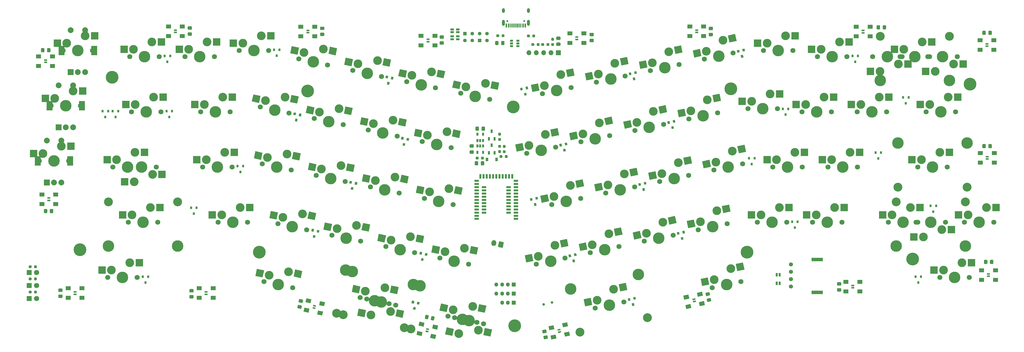
<source format=gbr>
%TF.GenerationSoftware,KiCad,Pcbnew,(5.1.10-1-10_14)*%
%TF.CreationDate,2021-06-03T00:35:35+07:00*%
%TF.ProjectId,geulis,6765756c-6973-42e6-9b69-6361645f7063,rev?*%
%TF.SameCoordinates,Original*%
%TF.FileFunction,Soldermask,Bot*%
%TF.FilePolarity,Negative*%
%FSLAX46Y46*%
G04 Gerber Fmt 4.6, Leading zero omitted, Abs format (unit mm)*
G04 Created by KiCad (PCBNEW (5.1.10-1-10_14)) date 2021-06-03 00:35:35*
%MOMM*%
%LPD*%
G01*
G04 APERTURE LIST*
%ADD10O,1.350000X1.350000*%
%ADD11R,1.350000X1.350000*%
%ADD12C,0.900000*%
%ADD13C,2.000000*%
%ADD14R,2.000000X3.200000*%
%ADD15R,2.000000X2.000000*%
%ADD16C,1.397000*%
%ADD17R,1.000000X0.500000*%
%ADD18R,1.800000X1.400000*%
%ADD19C,0.100000*%
%ADD20R,1.143000X0.635000*%
%ADD21R,0.635000X1.143000*%
%ADD22C,3.987800*%
%ADD23C,3.048000*%
%ADD24R,2.550000X2.500000*%
%ADD25C,1.750000*%
%ADD26C,3.000000*%
%ADD27O,1.000000X2.100000*%
%ADD28C,0.650000*%
%ADD29O,1.000000X1.600000*%
%ADD30R,0.600000X1.450000*%
%ADD31R,0.300000X1.450000*%
%ADD32R,1.524000X0.700000*%
%ADD33R,0.700000X1.524000*%
%ADD34O,1.700000X1.700000*%
%ADD35R,1.700000X1.700000*%
%ADD36C,1.800000*%
%ADD37R,1.800000X1.800000*%
%ADD38R,3.937800X1.290599*%
%ADD39R,0.900000X1.200000*%
%ADD40R,0.800000X0.900000*%
%ADD41R,0.650000X1.060000*%
%ADD42R,1.060000X0.650000*%
%ADD43R,0.650000X1.220000*%
%ADD44R,1.270000X1.270000*%
%ADD45O,1.270000X1.270000*%
%ADD46C,4.400000*%
G04 APERTURE END LIST*
D10*
%TO.C,J8*%
X188748318Y32508661D03*
X190748318Y32508661D03*
D11*
X192748318Y32508661D03*
%TD*%
D10*
%TO.C,J9*%
X186748316Y35658664D03*
X188748316Y35658664D03*
X190748316Y35658664D03*
D11*
X192748316Y35658664D03*
%TD*%
D10*
%TO.C,J7*%
X186748323Y38758664D03*
X188748323Y38758664D03*
X190748323Y38758664D03*
D11*
X192748323Y38758664D03*
%TD*%
D12*
%TO.C,SW67*%
X205987323Y32561481D03*
X203052880Y31937746D03*
%TD*%
D13*
%TO.C,SW58_2*%
X36596495Y88487394D03*
X31596495Y88487394D03*
D14*
X39696495Y81487394D03*
X28496495Y81487394D03*
D13*
X36596495Y73987394D03*
X34096495Y73987394D03*
D15*
X31596495Y73987394D03*
%TD*%
D13*
%TO.C,SW_57_2*%
X40666497Y107537396D03*
X35666497Y107537396D03*
D14*
X43766497Y100537396D03*
X32566497Y100537396D03*
D13*
X40666497Y93037396D03*
X38166497Y93037396D03*
D15*
X35666497Y93037396D03*
%TD*%
D16*
%TO.C,OL1*%
X288372632Y38063677D03*
X288372632Y40603677D03*
X288372632Y43143677D03*
X288372632Y45683677D03*
%TD*%
D13*
%TO.C,SW29_2*%
X44826489Y126587408D03*
X39826489Y126587408D03*
D14*
X47926489Y119587408D03*
X36726489Y119587408D03*
D13*
X44826489Y112087408D03*
X42326489Y112087408D03*
D15*
X39826489Y112087408D03*
%TD*%
%TO.C,J4*%
G36*
G01*
X186734004Y53061447D02*
X186671630Y52768003D01*
G75*
G02*
X185663480Y52113303I-831425J176725D01*
G01*
X185663480Y52113303D01*
G75*
G02*
X185008780Y53121453I176725J831425D01*
G01*
X185071154Y53414897D01*
G75*
G02*
X186079304Y54069597I831425J-176725D01*
G01*
X186079304Y54069597D01*
G75*
G02*
X186734004Y53061447I-176725J-831425D01*
G01*
G37*
G36*
G01*
X189304120Y53128557D02*
X188992253Y51661335D01*
G75*
G02*
X188695738Y51468776I-244537J51978D01*
G01*
X187521961Y51718270D01*
G75*
G02*
X187329402Y52014785I51978J244537D01*
G01*
X187641269Y53482007D01*
G75*
G02*
X187937784Y53674566I244537J-51978D01*
G01*
X189111561Y53425072D01*
G75*
G02*
X189304120Y53128557I-51978J-244537D01*
G01*
G37*
%TD*%
D17*
%TO.C,D35*%
X75976492Y125797397D03*
X75976492Y126597397D03*
D18*
X73576492Y127847397D03*
X73576492Y124547397D03*
X78376492Y124547397D03*
X78376492Y127847397D03*
%TD*%
%TO.C,C21*%
G36*
G01*
X355650247Y87022405D02*
X355650247Y86072405D01*
G75*
G02*
X355400247Y85822405I-250000J0D01*
G01*
X354725247Y85822405D01*
G75*
G02*
X354475247Y86072405I0J250000D01*
G01*
X354475247Y87022405D01*
G75*
G02*
X354725247Y87272405I250000J0D01*
G01*
X355400247Y87272405D01*
G75*
G02*
X355650247Y87022405I0J-250000D01*
G01*
G37*
G36*
G01*
X357725247Y87022405D02*
X357725247Y86072405D01*
G75*
G02*
X357475247Y85822405I-250000J0D01*
G01*
X356800247Y85822405D01*
G75*
G02*
X356550247Y86072405I0J250000D01*
G01*
X356550247Y87022405D01*
G75*
G02*
X356800247Y87272405I250000J0D01*
G01*
X357475247Y87272405D01*
G75*
G02*
X357725247Y87022405I0J-250000D01*
G01*
G37*
%TD*%
D17*
%TO.C,D51*%
X31163993Y115459902D03*
X31163993Y116259902D03*
D18*
X28763993Y117509902D03*
X28763993Y114209902D03*
X33563993Y114209902D03*
X33563993Y117509902D03*
%TD*%
D17*
%TO.C,D50*%
X32300248Y68634901D03*
X32300248Y67834901D03*
D18*
X34700248Y66584901D03*
X34700248Y69884901D03*
X29900248Y69884901D03*
X29900248Y66584901D03*
%TD*%
D17*
%TO.C,D49*%
X41357465Y36228277D03*
X41357465Y35428277D03*
D18*
X43757465Y34178277D03*
X43757465Y37478277D03*
X38957465Y37478277D03*
X38957465Y34178277D03*
%TD*%
D17*
%TO.C,D48*%
X86601212Y36228278D03*
X86601212Y35428278D03*
D18*
X89001212Y34178278D03*
X89001212Y37478278D03*
X84201212Y37478278D03*
X84201212Y34178278D03*
%TD*%
D19*
%TO.C,D47*%
G36*
X123553532Y31805530D02*
G01*
X124531680Y31597618D01*
X124427724Y31108544D01*
X123449576Y31316456D01*
X123553532Y31805530D01*
G37*
G36*
X123387202Y31023012D02*
G01*
X124365350Y30815100D01*
X124261394Y30326026D01*
X123283246Y30533938D01*
X123387202Y31023012D01*
G37*
G36*
X125177168Y29824670D02*
G01*
X126937834Y29450429D01*
X126646758Y28081022D01*
X124886092Y28455263D01*
X125177168Y29824670D01*
G37*
G36*
X125863277Y33052557D02*
G01*
X127623943Y32678316D01*
X127332867Y31308909D01*
X125572201Y31683150D01*
X125863277Y33052557D01*
G37*
G36*
X121168168Y34050534D02*
G01*
X122928834Y33676293D01*
X122637758Y32306886D01*
X120877092Y32681127D01*
X121168168Y34050534D01*
G37*
G36*
X120482059Y30822647D02*
G01*
X122242725Y30448406D01*
X121951649Y29078999D01*
X120190983Y29453240D01*
X120482059Y30822647D01*
G37*
%TD*%
%TO.C,D46*%
G36*
X162572568Y23730908D02*
G01*
X163550716Y23522996D01*
X163446760Y23033922D01*
X162468612Y23241834D01*
X162572568Y23730908D01*
G37*
G36*
X162406238Y22948390D02*
G01*
X163384386Y22740478D01*
X163280430Y22251404D01*
X162302282Y22459316D01*
X162406238Y22948390D01*
G37*
G36*
X164196204Y21750048D02*
G01*
X165956870Y21375807D01*
X165665794Y20006400D01*
X163905128Y20380641D01*
X164196204Y21750048D01*
G37*
G36*
X164882313Y24977935D02*
G01*
X166642979Y24603694D01*
X166351903Y23234287D01*
X164591237Y23608528D01*
X164882313Y24977935D01*
G37*
G36*
X160187204Y25975912D02*
G01*
X161947870Y25601671D01*
X161656794Y24232264D01*
X159896128Y24606505D01*
X160187204Y25975912D01*
G37*
G36*
X159501095Y22748025D02*
G01*
X161261761Y22373784D01*
X160970685Y21004377D01*
X159210019Y21378618D01*
X159501095Y22748025D01*
G37*
%TD*%
%TO.C,D45*%
G36*
X207827278Y23304240D02*
G01*
X208805426Y23512152D01*
X208909382Y23023078D01*
X207931234Y22815166D01*
X207827278Y23304240D01*
G37*
G36*
X207993608Y22521722D02*
G01*
X208971756Y22729634D01*
X209075712Y22240560D01*
X208097564Y22032648D01*
X207993608Y22521722D01*
G37*
G36*
X210116233Y22155028D02*
G01*
X211876899Y22529269D01*
X212167975Y21159862D01*
X210407309Y20785621D01*
X210116233Y22155028D01*
G37*
G36*
X209430124Y25382915D02*
G01*
X211190790Y25757156D01*
X211481866Y24387749D01*
X209721200Y24013508D01*
X209430124Y25382915D01*
G37*
G36*
X204735015Y24384938D02*
G01*
X206495681Y24759179D01*
X206786757Y23389772D01*
X205026091Y23015531D01*
X204735015Y24384938D01*
G37*
G36*
X205421124Y21157051D02*
G01*
X207181790Y21531292D01*
X207472866Y20161885D01*
X205712200Y19787644D01*
X205421124Y21157051D01*
G37*
%TD*%
%TO.C,D44*%
G36*
X254377276Y33841737D02*
G01*
X255355424Y34049649D01*
X255459380Y33560575D01*
X254481232Y33352663D01*
X254377276Y33841737D01*
G37*
G36*
X254543606Y33059219D02*
G01*
X255521754Y33267131D01*
X255625710Y32778057D01*
X254647562Y32570145D01*
X254543606Y33059219D01*
G37*
G36*
X256666231Y32692525D02*
G01*
X258426897Y33066766D01*
X258717973Y31697359D01*
X256957307Y31323118D01*
X256666231Y32692525D01*
G37*
G36*
X255980122Y35920412D02*
G01*
X257740788Y36294653D01*
X258031864Y34925246D01*
X256271198Y34551005D01*
X255980122Y35920412D01*
G37*
G36*
X251285013Y34922435D02*
G01*
X253045679Y35296676D01*
X253336755Y33927269D01*
X251576089Y33553028D01*
X251285013Y34922435D01*
G37*
G36*
X251971122Y31694548D02*
G01*
X253731788Y32068789D01*
X254022864Y30699382D01*
X252262198Y30325141D01*
X251971122Y31694548D01*
G37*
%TD*%
D17*
%TO.C,D43*%
X309770246Y38472402D03*
X309770246Y37672402D03*
D18*
X312170246Y36422402D03*
X312170246Y39722402D03*
X307370246Y39722402D03*
X307370246Y36422402D03*
%TD*%
D17*
%TO.C,D42*%
X356601497Y41641147D03*
X356601497Y42441147D03*
D18*
X354201497Y43691147D03*
X354201497Y40391147D03*
X359001497Y40391147D03*
X359001497Y43691147D03*
%TD*%
D17*
%TO.C,D41*%
X356168995Y82122406D03*
X356168995Y82922406D03*
D18*
X353768995Y84172406D03*
X353768995Y80872406D03*
X358568995Y80872406D03*
X358568995Y84172406D03*
%TD*%
D17*
%TO.C,D40*%
X356062744Y121047404D03*
X356062744Y121847404D03*
D18*
X353662744Y123097404D03*
X353662744Y119797404D03*
X358462744Y119797404D03*
X358462744Y123097404D03*
%TD*%
D17*
%TO.C,D39*%
X313326490Y125672397D03*
X313326490Y126472397D03*
D18*
X310926490Y127722397D03*
X310926490Y124422397D03*
X315726490Y124422397D03*
X315726490Y127722397D03*
%TD*%
D17*
%TO.C,D38*%
X255901493Y125778647D03*
X255901493Y126578647D03*
D18*
X253501493Y127828647D03*
X253501493Y124528647D03*
X258301493Y124528647D03*
X258301493Y127828647D03*
%TD*%
D17*
%TO.C,D37*%
X214520244Y123397397D03*
X214520244Y124197397D03*
D18*
X212120244Y125447397D03*
X212120244Y122147397D03*
X216920244Y122147397D03*
X216920244Y125447397D03*
%TD*%
D17*
%TO.C,D36*%
X163170245Y122603657D03*
X163170245Y123403657D03*
D18*
X160770245Y124653657D03*
X160770245Y121353657D03*
X165570245Y121353657D03*
X165570245Y124653657D03*
%TD*%
D17*
%TO.C,D34*%
X121676492Y125697398D03*
X121676492Y126497398D03*
D18*
X119276492Y127747398D03*
X119276492Y124447398D03*
X124076492Y124447398D03*
X124076492Y127747398D03*
%TD*%
D20*
%TO.C,JP6*%
X173471494Y125862015D03*
X173471494Y126862775D03*
%TD*%
%TO.C,JP5*%
X171451490Y125862026D03*
X171451490Y126862786D03*
%TD*%
D21*
%TO.C,JP4*%
X283521112Y39202401D03*
X284521872Y39202401D03*
%TD*%
%TO.C,JP3*%
X283521112Y42122409D03*
X284521872Y42122409D03*
%TD*%
D20*
%TO.C,JP2*%
X173462747Y124447405D03*
X173462747Y123446645D03*
%TD*%
%TO.C,JP1*%
X171462742Y124448160D03*
X171462742Y123447400D03*
%TD*%
D22*
%TO.C,SW55_2*%
X348604495Y52042400D03*
X324728495Y52042400D03*
D23*
X348604495Y67282400D03*
X324728495Y67282400D03*
D24*
X330824495Y55217400D03*
X343751495Y57757400D03*
D25*
X331586495Y60297400D03*
X341746495Y60297400D03*
D26*
X340476495Y57757400D03*
D22*
X336666495Y60297400D03*
D26*
X334126495Y55217400D03*
%TD*%
D27*
%TO.C,J1*%
X189151496Y129137402D03*
X197791496Y129137402D03*
D28*
X196361496Y129667402D03*
D29*
X197791496Y133317402D03*
D28*
X190581496Y129667402D03*
D29*
X189151496Y133317402D03*
%TD*%
D30*
%TO.C,J2*%
X196721496Y128222402D03*
X195921496Y128222402D03*
X191021496Y128222402D03*
X190221496Y128222402D03*
X190221496Y128222402D03*
X191021496Y128222402D03*
X195921496Y128222402D03*
X196721496Y128222402D03*
D31*
X191721496Y128222402D03*
X192221496Y128222402D03*
X192721496Y128222402D03*
X193721496Y128222402D03*
X194221496Y128222402D03*
X194721496Y128222402D03*
X195221496Y128222402D03*
X193221496Y128222402D03*
D27*
X197791496Y129137402D03*
X189151496Y129137402D03*
D28*
X190581496Y129667402D03*
D29*
X189151496Y133317402D03*
D28*
X196361496Y129667402D03*
D29*
X197791496Y133317402D03*
%TD*%
D32*
%TO.C,U1*%
X190988993Y72422404D03*
X190988993Y71322404D03*
X190988993Y70222404D03*
X190988993Y69122404D03*
X190988993Y68022404D03*
X190988993Y66922404D03*
X190988993Y65822404D03*
X190988993Y64722404D03*
X190988993Y63622404D03*
X182488993Y72422404D03*
X182488993Y71322404D03*
X182488993Y70222404D03*
X182488993Y69122404D03*
X182488993Y68022404D03*
X182488993Y66922404D03*
X182488993Y65822404D03*
X182488993Y64722404D03*
X182488993Y63622404D03*
X193488993Y61422404D03*
X193488993Y62522404D03*
X193488993Y63622404D03*
X193488993Y64722404D03*
X193488993Y65822404D03*
X193488993Y66922404D03*
X193488993Y68022404D03*
X193488993Y69122404D03*
X193488993Y70222404D03*
X193488993Y71322404D03*
X193488993Y72422404D03*
X193488993Y73522404D03*
X193488993Y74622404D03*
D33*
X192238993Y76122404D03*
X191138993Y76122404D03*
X190038993Y76122404D03*
X188938993Y76122404D03*
X187838993Y76122404D03*
X186738993Y76122404D03*
X185638993Y76122404D03*
X184538993Y76122404D03*
X183438993Y76122404D03*
X182338993Y76122404D03*
X181238993Y76122404D03*
D32*
X179988993Y74622404D03*
X179988993Y73522404D03*
X179988993Y72422404D03*
X179988993Y71322404D03*
X179988993Y70222404D03*
X179988993Y69122404D03*
X179988993Y68022404D03*
X179988993Y66922404D03*
X179988993Y65822404D03*
X179988993Y64722404D03*
X179988993Y63622404D03*
X179988993Y62522404D03*
X179988993Y61422404D03*
%TD*%
%TO.C,R13*%
G36*
G01*
X204075246Y121384894D02*
X204075246Y121859894D01*
G75*
G02*
X204312746Y122097394I237500J0D01*
G01*
X204812746Y122097394D01*
G75*
G02*
X205050246Y121859894I0J-237500D01*
G01*
X205050246Y121384894D01*
G75*
G02*
X204812746Y121147394I-237500J0D01*
G01*
X204312746Y121147394D01*
G75*
G02*
X204075246Y121384894I0J237500D01*
G01*
G37*
G36*
G01*
X202250246Y121384894D02*
X202250246Y121859894D01*
G75*
G02*
X202487746Y122097394I237500J0D01*
G01*
X202987746Y122097394D01*
G75*
G02*
X203225246Y121859894I0J-237500D01*
G01*
X203225246Y121384894D01*
G75*
G02*
X202987746Y121147394I-237500J0D01*
G01*
X202487746Y121147394D01*
G75*
G02*
X202250246Y121384894I0J237500D01*
G01*
G37*
%TD*%
%TO.C,R12*%
G36*
G01*
X199813995Y121859894D02*
X199813995Y121384894D01*
G75*
G02*
X199576495Y121147394I-237500J0D01*
G01*
X199076495Y121147394D01*
G75*
G02*
X198838995Y121384894I0J237500D01*
G01*
X198838995Y121859894D01*
G75*
G02*
X199076495Y122097394I237500J0D01*
G01*
X199576495Y122097394D01*
G75*
G02*
X199813995Y121859894I0J-237500D01*
G01*
G37*
G36*
G01*
X201638995Y121859894D02*
X201638995Y121384894D01*
G75*
G02*
X201401495Y121147394I-237500J0D01*
G01*
X200901495Y121147394D01*
G75*
G02*
X200663995Y121384894I0J237500D01*
G01*
X200663995Y121859894D01*
G75*
G02*
X200901495Y122097394I237500J0D01*
G01*
X201401495Y122097394D01*
G75*
G02*
X201638995Y121859894I0J-237500D01*
G01*
G37*
%TD*%
%TO.C,R11*%
G36*
G01*
X206400248Y122947402D02*
X205925248Y122947402D01*
G75*
G02*
X205687748Y123184902I0J237500D01*
G01*
X205687748Y123684902D01*
G75*
G02*
X205925248Y123922402I237500J0D01*
G01*
X206400248Y123922402D01*
G75*
G02*
X206637748Y123684902I0J-237500D01*
G01*
X206637748Y123184902D01*
G75*
G02*
X206400248Y122947402I-237500J0D01*
G01*
G37*
G36*
G01*
X206400248Y121122402D02*
X205925248Y121122402D01*
G75*
G02*
X205687748Y121359902I0J237500D01*
G01*
X205687748Y121859902D01*
G75*
G02*
X205925248Y122097402I237500J0D01*
G01*
X206400248Y122097402D01*
G75*
G02*
X206637748Y121859902I0J-237500D01*
G01*
X206637748Y121359902D01*
G75*
G02*
X206400248Y121122402I-237500J0D01*
G01*
G37*
%TD*%
%TO.C,R1*%
G36*
G01*
X27204257Y35934168D02*
X27204257Y36409168D01*
G75*
G02*
X27441757Y36646668I237500J0D01*
G01*
X27941757Y36646668D01*
G75*
G02*
X28179257Y36409168I0J-237500D01*
G01*
X28179257Y35934168D01*
G75*
G02*
X27941757Y35696668I-237500J0D01*
G01*
X27441757Y35696668D01*
G75*
G02*
X27204257Y35934168I0J237500D01*
G01*
G37*
G36*
G01*
X25379257Y35934168D02*
X25379257Y36409168D01*
G75*
G02*
X25616757Y36646668I237500J0D01*
G01*
X26116757Y36646668D01*
G75*
G02*
X26354257Y36409168I0J-237500D01*
G01*
X26354257Y35934168D01*
G75*
G02*
X26116757Y35696668I-237500J0D01*
G01*
X25616757Y35696668D01*
G75*
G02*
X25379257Y35934168I0J237500D01*
G01*
G37*
%TD*%
D34*
%TO.C,J6*%
X198002746Y118747395D03*
X200542746Y118747395D03*
X203082746Y118747395D03*
X205622746Y118747395D03*
D35*
X208162746Y118747395D03*
%TD*%
D36*
%TO.C,D128*%
X28083573Y42964353D03*
D37*
X25543573Y42964353D03*
%TD*%
D36*
%TO.C,D127*%
X28083573Y33964349D03*
D37*
X25543573Y33964349D03*
%TD*%
D36*
%TO.C,D126*%
X28083569Y38464346D03*
D37*
X25543569Y38464346D03*
%TD*%
%TO.C,C87*%
G36*
G01*
X208626489Y123209903D02*
X207676489Y123209903D01*
G75*
G02*
X207426489Y123459903I0J250000D01*
G01*
X207426489Y124134903D01*
G75*
G02*
X207676489Y124384903I250000J0D01*
G01*
X208626489Y124384903D01*
G75*
G02*
X208876489Y124134903I0J-250000D01*
G01*
X208876489Y123459903D01*
G75*
G02*
X208626489Y123209903I-250000J0D01*
G01*
G37*
G36*
G01*
X208626489Y121134903D02*
X207676489Y121134903D01*
G75*
G02*
X207426489Y121384903I0J250000D01*
G01*
X207426489Y122059903D01*
G75*
G02*
X207676489Y122309903I250000J0D01*
G01*
X208626489Y122309903D01*
G75*
G02*
X208876489Y122059903I0J-250000D01*
G01*
X208876489Y121384903D01*
G75*
G02*
X208626489Y121134903I-250000J0D01*
G01*
G37*
%TD*%
D38*
%TO.C,BZ1*%
X297451496Y47371505D03*
X297451496Y36073305D03*
%TD*%
D39*
%TO.C,D52*%
X186801495Y81972397D03*
X183501495Y81972397D03*
%TD*%
D22*
%TO.C,SW63*%
X212403056Y37279954D03*
X235757308Y42244053D03*
D23*
X215571630Y22372984D03*
X238925882Y27337084D03*
D19*
G36*
X229467391Y36383233D02*
G01*
X228947612Y38828602D01*
X231441889Y39358777D01*
X231961668Y36913408D01*
X229467391Y36383233D01*
G37*
G36*
X217350973Y31211064D02*
G01*
X216831194Y33656433D01*
X219325471Y34186608D01*
X219845250Y31741239D01*
X217350973Y31211064D01*
G37*
D25*
X230765483Y32743586D03*
X220827503Y30631204D03*
D26*
X221541655Y33379746D03*
D22*
X225796493Y31687395D03*
D26*
X227224797Y37184481D03*
%TD*%
%TO.C,R10*%
G36*
G01*
X181463996Y82184901D02*
X181463996Y82659901D01*
G75*
G02*
X181701496Y82897401I237500J0D01*
G01*
X182201496Y82897401D01*
G75*
G02*
X182438996Y82659901I0J-237500D01*
G01*
X182438996Y82184901D01*
G75*
G02*
X182201496Y81947401I-237500J0D01*
G01*
X181701496Y81947401D01*
G75*
G02*
X181463996Y82184901I0J237500D01*
G01*
G37*
G36*
G01*
X179638996Y82184901D02*
X179638996Y82659901D01*
G75*
G02*
X179876496Y82897401I237500J0D01*
G01*
X180376496Y82897401D01*
G75*
G02*
X180613996Y82659901I0J-237500D01*
G01*
X180613996Y82184901D01*
G75*
G02*
X180376496Y81947401I-237500J0D01*
G01*
X179876496Y81947401D01*
G75*
G02*
X179638996Y82184901I0J237500D01*
G01*
G37*
%TD*%
%TO.C,R9*%
G36*
G01*
X27188997Y44684902D02*
X27188997Y45159902D01*
G75*
G02*
X27426497Y45397402I237500J0D01*
G01*
X27926497Y45397402D01*
G75*
G02*
X28163997Y45159902I0J-237500D01*
G01*
X28163997Y44684902D01*
G75*
G02*
X27926497Y44447402I-237500J0D01*
G01*
X27426497Y44447402D01*
G75*
G02*
X27188997Y44684902I0J237500D01*
G01*
G37*
G36*
G01*
X25363997Y44684902D02*
X25363997Y45159902D01*
G75*
G02*
X25601497Y45397402I237500J0D01*
G01*
X26101497Y45397402D01*
G75*
G02*
X26338997Y45159902I0J-237500D01*
G01*
X26338997Y44684902D01*
G75*
G02*
X26101497Y44447402I-237500J0D01*
G01*
X25601497Y44447402D01*
G75*
G02*
X25363997Y44684902I0J237500D01*
G01*
G37*
%TD*%
%TO.C,R8*%
G36*
G01*
X26338993Y40959899D02*
X26338993Y40484899D01*
G75*
G02*
X26101493Y40247399I-237500J0D01*
G01*
X25601493Y40247399D01*
G75*
G02*
X25363993Y40484899I0J237500D01*
G01*
X25363993Y40959899D01*
G75*
G02*
X25601493Y41197399I237500J0D01*
G01*
X26101493Y41197399D01*
G75*
G02*
X26338993Y40959899I0J-237500D01*
G01*
G37*
G36*
G01*
X28163993Y40959899D02*
X28163993Y40484899D01*
G75*
G02*
X27926493Y40247399I-237500J0D01*
G01*
X27426493Y40247399D01*
G75*
G02*
X27188993Y40484899I0J237500D01*
G01*
X27188993Y40959899D01*
G75*
G02*
X27426493Y41197399I237500J0D01*
G01*
X27926493Y41197399D01*
G75*
G02*
X28163993Y40959899I0J-237500D01*
G01*
G37*
%TD*%
%TO.C,R7*%
G36*
G01*
X198306498Y124829909D02*
X198306498Y124354909D01*
G75*
G02*
X198068998Y124117409I-237500J0D01*
G01*
X197568998Y124117409D01*
G75*
G02*
X197331498Y124354909I0J237500D01*
G01*
X197331498Y124829909D01*
G75*
G02*
X197568998Y125067409I237500J0D01*
G01*
X198068998Y125067409D01*
G75*
G02*
X198306498Y124829909I0J-237500D01*
G01*
G37*
G36*
G01*
X200131498Y124829909D02*
X200131498Y124354909D01*
G75*
G02*
X199893998Y124117409I-237500J0D01*
G01*
X199393998Y124117409D01*
G75*
G02*
X199156498Y124354909I0J237500D01*
G01*
X199156498Y124829909D01*
G75*
G02*
X199393998Y125067409I237500J0D01*
G01*
X199893998Y125067409D01*
G75*
G02*
X200131498Y124829909I0J-237500D01*
G01*
G37*
%TD*%
%TO.C,R6*%
G36*
G01*
X188561491Y124404898D02*
X188561491Y124879898D01*
G75*
G02*
X188798991Y125117398I237500J0D01*
G01*
X189298991Y125117398D01*
G75*
G02*
X189536491Y124879898I0J-237500D01*
G01*
X189536491Y124404898D01*
G75*
G02*
X189298991Y124167398I-237500J0D01*
G01*
X188798991Y124167398D01*
G75*
G02*
X188561491Y124404898I0J237500D01*
G01*
G37*
G36*
G01*
X186736491Y124404898D02*
X186736491Y124879898D01*
G75*
G02*
X186973991Y125117398I237500J0D01*
G01*
X187473991Y125117398D01*
G75*
G02*
X187711491Y124879898I0J-237500D01*
G01*
X187711491Y124404898D01*
G75*
G02*
X187473991Y124167398I-237500J0D01*
G01*
X186973991Y124167398D01*
G75*
G02*
X186736491Y124404898I0J237500D01*
G01*
G37*
%TD*%
%TO.C,R5*%
G36*
G01*
X188088990Y90197394D02*
X187613990Y90197394D01*
G75*
G02*
X187376490Y90434894I0J237500D01*
G01*
X187376490Y90934894D01*
G75*
G02*
X187613990Y91172394I237500J0D01*
G01*
X188088990Y91172394D01*
G75*
G02*
X188326490Y90934894I0J-237500D01*
G01*
X188326490Y90434894D01*
G75*
G02*
X188088990Y90197394I-237500J0D01*
G01*
G37*
G36*
G01*
X188088990Y88372394D02*
X187613990Y88372394D01*
G75*
G02*
X187376490Y88609894I0J237500D01*
G01*
X187376490Y89109894D01*
G75*
G02*
X187613990Y89347394I237500J0D01*
G01*
X188088990Y89347394D01*
G75*
G02*
X188326490Y89109894I0J-237500D01*
G01*
X188326490Y88609894D01*
G75*
G02*
X188088990Y88372394I-237500J0D01*
G01*
G37*
%TD*%
%TO.C,R4*%
G36*
G01*
X189213994Y85116151D02*
X189688994Y85116151D01*
G75*
G02*
X189926494Y84878651I0J-237500D01*
G01*
X189926494Y84378651D01*
G75*
G02*
X189688994Y84141151I-237500J0D01*
G01*
X189213994Y84141151D01*
G75*
G02*
X188976494Y84378651I0J237500D01*
G01*
X188976494Y84878651D01*
G75*
G02*
X189213994Y85116151I237500J0D01*
G01*
G37*
G36*
G01*
X189213994Y86941151D02*
X189688994Y86941151D01*
G75*
G02*
X189926494Y86703651I0J-237500D01*
G01*
X189926494Y86203651D01*
G75*
G02*
X189688994Y85966151I-237500J0D01*
G01*
X189213994Y85966151D01*
G75*
G02*
X188976494Y86203651I0J237500D01*
G01*
X188976494Y86703651D01*
G75*
G02*
X189213994Y86941151I237500J0D01*
G01*
G37*
%TD*%
%TO.C,R3*%
G36*
G01*
X187613992Y85147397D02*
X188088992Y85147397D01*
G75*
G02*
X188326492Y84909897I0J-237500D01*
G01*
X188326492Y84409897D01*
G75*
G02*
X188088992Y84172397I-237500J0D01*
G01*
X187613992Y84172397D01*
G75*
G02*
X187376492Y84409897I0J237500D01*
G01*
X187376492Y84909897D01*
G75*
G02*
X187613992Y85147397I237500J0D01*
G01*
G37*
G36*
G01*
X187613992Y86972397D02*
X188088992Y86972397D01*
G75*
G02*
X188326492Y86734897I0J-237500D01*
G01*
X188326492Y86234897D01*
G75*
G02*
X188088992Y85997397I-237500J0D01*
G01*
X187613992Y85997397D01*
G75*
G02*
X187376492Y86234897I0J237500D01*
G01*
X187376492Y86734897D01*
G75*
G02*
X187613992Y86972397I237500J0D01*
G01*
G37*
%TD*%
%TO.C,R2*%
G36*
G01*
X189676491Y82734897D02*
X189676491Y83209897D01*
G75*
G02*
X189913991Y83447397I237500J0D01*
G01*
X190413991Y83447397D01*
G75*
G02*
X190651491Y83209897I0J-237500D01*
G01*
X190651491Y82734897D01*
G75*
G02*
X190413991Y82497397I-237500J0D01*
G01*
X189913991Y82497397D01*
G75*
G02*
X189676491Y82734897I0J237500D01*
G01*
G37*
G36*
G01*
X187851491Y82734897D02*
X187851491Y83209897D01*
G75*
G02*
X188088991Y83447397I237500J0D01*
G01*
X188588991Y83447397D01*
G75*
G02*
X188826491Y83209897I0J-237500D01*
G01*
X188826491Y82734897D01*
G75*
G02*
X188588991Y82497397I-237500J0D01*
G01*
X188088991Y82497397D01*
G75*
G02*
X187851491Y82734897I0J237500D01*
G01*
G37*
%TD*%
%TO.C,C20*%
G36*
G01*
X177776497Y85091148D02*
X178726497Y85091148D01*
G75*
G02*
X178976497Y84841148I0J-250000D01*
G01*
X178976497Y84166148D01*
G75*
G02*
X178726497Y83916148I-250000J0D01*
G01*
X177776497Y83916148D01*
G75*
G02*
X177526497Y84166148I0J250000D01*
G01*
X177526497Y84841148D01*
G75*
G02*
X177776497Y85091148I250000J0D01*
G01*
G37*
G36*
G01*
X177776497Y87166148D02*
X178726497Y87166148D01*
G75*
G02*
X178976497Y86916148I0J-250000D01*
G01*
X178976497Y86241148D01*
G75*
G02*
X178726497Y85991148I-250000J0D01*
G01*
X177776497Y85991148D01*
G75*
G02*
X177526497Y86241148I0J250000D01*
G01*
X177526497Y86916148D01*
G75*
G02*
X177776497Y87166148I250000J0D01*
G01*
G37*
%TD*%
%TO.C,C19*%
G36*
G01*
X180732739Y93047395D02*
X180732739Y92097395D01*
G75*
G02*
X180482739Y91847395I-250000J0D01*
G01*
X179807739Y91847395D01*
G75*
G02*
X179557739Y92097395I0J250000D01*
G01*
X179557739Y93047395D01*
G75*
G02*
X179807739Y93297395I250000J0D01*
G01*
X180482739Y93297395D01*
G75*
G02*
X180732739Y93047395I0J-250000D01*
G01*
G37*
G36*
G01*
X182807739Y93047395D02*
X182807739Y92097395D01*
G75*
G02*
X182557739Y91847395I-250000J0D01*
G01*
X181882739Y91847395D01*
G75*
G02*
X181632739Y92097395I0J250000D01*
G01*
X181632739Y93047395D01*
G75*
G02*
X181882739Y93297395I250000J0D01*
G01*
X182557739Y93297395D01*
G75*
G02*
X182807739Y93047395I0J-250000D01*
G01*
G37*
%TD*%
%TO.C,C18*%
G36*
G01*
X180463994Y81097399D02*
X180463994Y80147399D01*
G75*
G02*
X180213994Y79897399I-250000J0D01*
G01*
X179538994Y79897399D01*
G75*
G02*
X179288994Y80147399I0J250000D01*
G01*
X179288994Y81097399D01*
G75*
G02*
X179538994Y81347399I250000J0D01*
G01*
X180213994Y81347399D01*
G75*
G02*
X180463994Y81097399I0J-250000D01*
G01*
G37*
G36*
G01*
X182538994Y81097399D02*
X182538994Y80147399D01*
G75*
G02*
X182288994Y79897399I-250000J0D01*
G01*
X181613994Y79897399D01*
G75*
G02*
X181363994Y80147399I0J250000D01*
G01*
X181363994Y81097399D01*
G75*
G02*
X181613994Y81347399I250000J0D01*
G01*
X182288994Y81347399D01*
G75*
G02*
X182538994Y81097399I0J-250000D01*
G01*
G37*
%TD*%
%TO.C,C17*%
G36*
G01*
X164104155Y26789222D02*
X164301671Y27718462D01*
G75*
G02*
X164598186Y27911021I244537J-51978D01*
G01*
X165258436Y27770681D01*
G75*
G02*
X165450995Y27474166I-51978J-244537D01*
G01*
X165253479Y26544926D01*
G75*
G02*
X164956964Y26352367I-244537J51978D01*
G01*
X164296714Y26492707D01*
G75*
G02*
X164104155Y26789222I51978J244537D01*
G01*
G37*
G36*
G01*
X162074499Y27220638D02*
X162272015Y28149878D01*
G75*
G02*
X162568530Y28342437I244537J-51978D01*
G01*
X163228780Y28202097D01*
G75*
G02*
X163421339Y27905582I-51978J-244537D01*
G01*
X163223823Y26976342D01*
G75*
G02*
X162927308Y26783783I-244537J51978D01*
G01*
X162267058Y26924123D01*
G75*
G02*
X162074499Y27220638I51978J244537D01*
G01*
G37*
%TD*%
%TO.C,C16*%
G36*
G01*
X31675240Y119172402D02*
X31675240Y120122402D01*
G75*
G02*
X31925240Y120372402I250000J0D01*
G01*
X32600240Y120372402D01*
G75*
G02*
X32850240Y120122402I0J-250000D01*
G01*
X32850240Y119172402D01*
G75*
G02*
X32600240Y118922402I-250000J0D01*
G01*
X31925240Y118922402D01*
G75*
G02*
X31675240Y119172402I0J250000D01*
G01*
G37*
G36*
G01*
X29600240Y119172402D02*
X29600240Y120122402D01*
G75*
G02*
X29850240Y120372402I250000J0D01*
G01*
X30525240Y120372402D01*
G75*
G02*
X30775240Y120122402I0J-250000D01*
G01*
X30775240Y119172402D01*
G75*
G02*
X30525240Y118922402I-250000J0D01*
G01*
X29850240Y118922402D01*
G75*
G02*
X29600240Y119172402I0J250000D01*
G01*
G37*
%TD*%
%TO.C,C15*%
G36*
G01*
X219166497Y123591154D02*
X220116497Y123591154D01*
G75*
G02*
X220366497Y123341154I0J-250000D01*
G01*
X220366497Y122666154D01*
G75*
G02*
X220116497Y122416154I-250000J0D01*
G01*
X219166497Y122416154D01*
G75*
G02*
X218916497Y122666154I0J250000D01*
G01*
X218916497Y123341154D01*
G75*
G02*
X219166497Y123591154I250000J0D01*
G01*
G37*
G36*
G01*
X219166497Y125666154D02*
X220116497Y125666154D01*
G75*
G02*
X220366497Y125416154I0J-250000D01*
G01*
X220366497Y124741154D01*
G75*
G02*
X220116497Y124491154I-250000J0D01*
G01*
X219166497Y124491154D01*
G75*
G02*
X218916497Y124741154I0J250000D01*
G01*
X218916497Y125416154D01*
G75*
G02*
X219166497Y125666154I250000J0D01*
G01*
G37*
%TD*%
%TO.C,C14*%
G36*
G01*
X305526493Y38422401D02*
X304576493Y38422401D01*
G75*
G02*
X304326493Y38672401I0J250000D01*
G01*
X304326493Y39347401D01*
G75*
G02*
X304576493Y39597401I250000J0D01*
G01*
X305526493Y39597401D01*
G75*
G02*
X305776493Y39347401I0J-250000D01*
G01*
X305776493Y38672401D01*
G75*
G02*
X305526493Y38422401I-250000J0D01*
G01*
G37*
G36*
G01*
X305526493Y36347401D02*
X304576493Y36347401D01*
G75*
G02*
X304326493Y36597401I0J250000D01*
G01*
X304326493Y37272401D01*
G75*
G02*
X304576493Y37522401I250000J0D01*
G01*
X305526493Y37522401D01*
G75*
G02*
X305776493Y37272401I0J-250000D01*
G01*
X305776493Y36597401D01*
G75*
G02*
X305526493Y36347401I-250000J0D01*
G01*
G37*
%TD*%
%TO.C,C13*%
G36*
G01*
X260287744Y125659903D02*
X261237744Y125659903D01*
G75*
G02*
X261487744Y125409903I0J-250000D01*
G01*
X261487744Y124734903D01*
G75*
G02*
X261237744Y124484903I-250000J0D01*
G01*
X260287744Y124484903D01*
G75*
G02*
X260037744Y124734903I0J250000D01*
G01*
X260037744Y125409903D01*
G75*
G02*
X260287744Y125659903I250000J0D01*
G01*
G37*
G36*
G01*
X260287744Y127734903D02*
X261237744Y127734903D01*
G75*
G02*
X261487744Y127484903I0J-250000D01*
G01*
X261487744Y126809903D01*
G75*
G02*
X261237744Y126559903I-250000J0D01*
G01*
X260287744Y126559903D01*
G75*
G02*
X260037744Y126809903I0J250000D01*
G01*
X260037744Y127484903D01*
G75*
G02*
X260287744Y127734903I250000J0D01*
G01*
G37*
%TD*%
%TO.C,C12*%
G36*
G01*
X81437744Y126734901D02*
X80487744Y126734901D01*
G75*
G02*
X80237744Y126984901I0J250000D01*
G01*
X80237744Y127659901D01*
G75*
G02*
X80487744Y127909901I250000J0D01*
G01*
X81437744Y127909901D01*
G75*
G02*
X81687744Y127659901I0J-250000D01*
G01*
X81687744Y126984901D01*
G75*
G02*
X81437744Y126734901I-250000J0D01*
G01*
G37*
G36*
G01*
X81437744Y124659901D02*
X80487744Y124659901D01*
G75*
G02*
X80237744Y124909901I0J250000D01*
G01*
X80237744Y125584901D01*
G75*
G02*
X80487744Y125834901I250000J0D01*
G01*
X81437744Y125834901D01*
G75*
G02*
X81687744Y125584901I0J-250000D01*
G01*
X81687744Y124909901D01*
G75*
G02*
X81437744Y124659901I-250000J0D01*
G01*
G37*
%TD*%
%TO.C,C11*%
G36*
G01*
X35812744Y35322398D02*
X36762744Y35322398D01*
G75*
G02*
X37012744Y35072398I0J-250000D01*
G01*
X37012744Y34397398D01*
G75*
G02*
X36762744Y34147398I-250000J0D01*
G01*
X35812744Y34147398D01*
G75*
G02*
X35562744Y34397398I0J250000D01*
G01*
X35562744Y35072398D01*
G75*
G02*
X35812744Y35322398I250000J0D01*
G01*
G37*
G36*
G01*
X35812744Y37397398D02*
X36762744Y37397398D01*
G75*
G02*
X37012744Y37147398I0J-250000D01*
G01*
X37012744Y36472398D01*
G75*
G02*
X36762744Y36222398I-250000J0D01*
G01*
X35812744Y36222398D01*
G75*
G02*
X35562744Y36472398I0J250000D01*
G01*
X35562744Y37147398D01*
G75*
G02*
X35812744Y37397398I250000J0D01*
G01*
G37*
%TD*%
%TO.C,C10*%
G36*
G01*
X82006496Y36041153D02*
X81056496Y36041153D01*
G75*
G02*
X80806496Y36291153I0J250000D01*
G01*
X80806496Y36966153D01*
G75*
G02*
X81056496Y37216153I250000J0D01*
G01*
X82006496Y37216153D01*
G75*
G02*
X82256496Y36966153I0J-250000D01*
G01*
X82256496Y36291153D01*
G75*
G02*
X82006496Y36041153I-250000J0D01*
G01*
G37*
G36*
G01*
X82006496Y33966153D02*
X81056496Y33966153D01*
G75*
G02*
X80806496Y34216153I0J250000D01*
G01*
X80806496Y34891153D01*
G75*
G02*
X81056496Y35141153I250000J0D01*
G01*
X82006496Y35141153D01*
G75*
G02*
X82256496Y34891153I0J-250000D01*
G01*
X82256496Y34216153D01*
G75*
G02*
X82006496Y33966153I-250000J0D01*
G01*
G37*
%TD*%
%TO.C,C9*%
G36*
G01*
X260280599Y35007409D02*
X259351359Y34809893D01*
G75*
G02*
X259054844Y35002452I-51978J244537D01*
G01*
X258914504Y35662702D01*
G75*
G02*
X259107063Y35959217I244537J51978D01*
G01*
X260036303Y36156733D01*
G75*
G02*
X260332818Y35964174I51978J-244537D01*
G01*
X260473158Y35303924D01*
G75*
G02*
X260280599Y35007409I-244537J-51978D01*
G01*
G37*
G36*
G01*
X260712015Y32977753D02*
X259782775Y32780237D01*
G75*
G02*
X259486260Y32972796I-51978J244537D01*
G01*
X259345920Y33633046D01*
G75*
G02*
X259538479Y33929561I244537J51978D01*
G01*
X260467719Y34127077D01*
G75*
G02*
X260764234Y33934518I51978J-244537D01*
G01*
X260904574Y33274268D01*
G75*
G02*
X260712015Y32977753I-244537J-51978D01*
G01*
G37*
%TD*%
%TO.C,C8*%
G36*
G01*
X31750243Y64622401D02*
X31750243Y63672401D01*
G75*
G02*
X31500243Y63422401I-250000J0D01*
G01*
X30825243Y63422401D01*
G75*
G02*
X30575243Y63672401I0J250000D01*
G01*
X30575243Y64622401D01*
G75*
G02*
X30825243Y64872401I250000J0D01*
G01*
X31500243Y64872401D01*
G75*
G02*
X31750243Y64622401I0J-250000D01*
G01*
G37*
G36*
G01*
X33825243Y64622401D02*
X33825243Y63672401D01*
G75*
G02*
X33575243Y63422401I-250000J0D01*
G01*
X32900243Y63422401D01*
G75*
G02*
X32650243Y63672401I0J250000D01*
G01*
X32650243Y64622401D01*
G75*
G02*
X32900243Y64872401I250000J0D01*
G01*
X33575243Y64872401D01*
G75*
G02*
X33825243Y64622401I0J-250000D01*
G01*
G37*
%TD*%
%TO.C,C7*%
G36*
G01*
X356201490Y47047397D02*
X356201490Y46097397D01*
G75*
G02*
X355951490Y45847397I-250000J0D01*
G01*
X355276490Y45847397D01*
G75*
G02*
X355026490Y46097397I0J250000D01*
G01*
X355026490Y47047397D01*
G75*
G02*
X355276490Y47297397I250000J0D01*
G01*
X355951490Y47297397D01*
G75*
G02*
X356201490Y47047397I0J-250000D01*
G01*
G37*
G36*
G01*
X358276490Y47047397D02*
X358276490Y46097397D01*
G75*
G02*
X358026490Y45847397I-250000J0D01*
G01*
X357351490Y45847397D01*
G75*
G02*
X357101490Y46097397I0J250000D01*
G01*
X357101490Y47047397D01*
G75*
G02*
X357351490Y47297397I250000J0D01*
G01*
X358026490Y47297397D01*
G75*
G02*
X358276490Y47047397I0J-250000D01*
G01*
G37*
%TD*%
%TO.C,C6*%
G36*
G01*
X319175245Y128022402D02*
X319175245Y127072402D01*
G75*
G02*
X318925245Y126822402I-250000J0D01*
G01*
X318250245Y126822402D01*
G75*
G02*
X318000245Y127072402I0J250000D01*
G01*
X318000245Y128022402D01*
G75*
G02*
X318250245Y128272402I250000J0D01*
G01*
X318925245Y128272402D01*
G75*
G02*
X319175245Y128022402I0J-250000D01*
G01*
G37*
G36*
G01*
X321250245Y128022402D02*
X321250245Y127072402D01*
G75*
G02*
X321000245Y126822402I-250000J0D01*
G01*
X320325245Y126822402D01*
G75*
G02*
X320075245Y127072402I0J250000D01*
G01*
X320075245Y128022402D01*
G75*
G02*
X320325245Y128272402I250000J0D01*
G01*
X321000245Y128272402D01*
G75*
G02*
X321250245Y128022402I0J-250000D01*
G01*
G37*
%TD*%
%TO.C,C5*%
G36*
G01*
X167426495Y122722396D02*
X168376495Y122722396D01*
G75*
G02*
X168626495Y122472396I0J-250000D01*
G01*
X168626495Y121797396D01*
G75*
G02*
X168376495Y121547396I-250000J0D01*
G01*
X167426495Y121547396D01*
G75*
G02*
X167176495Y121797396I0J250000D01*
G01*
X167176495Y122472396D01*
G75*
G02*
X167426495Y122722396I250000J0D01*
G01*
G37*
G36*
G01*
X167426495Y124797396D02*
X168376495Y124797396D01*
G75*
G02*
X168626495Y124547396I0J-250000D01*
G01*
X168626495Y123872396D01*
G75*
G02*
X168376495Y123622396I-250000J0D01*
G01*
X167426495Y123622396D01*
G75*
G02*
X167176495Y123872396I0J250000D01*
G01*
X167176495Y124547396D01*
G75*
G02*
X167426495Y124797396I250000J0D01*
G01*
G37*
%TD*%
%TO.C,C4*%
G36*
G01*
X127126495Y126622400D02*
X126176495Y126622400D01*
G75*
G02*
X125926495Y126872400I0J250000D01*
G01*
X125926495Y127547400D01*
G75*
G02*
X126176495Y127797400I250000J0D01*
G01*
X127126495Y127797400D01*
G75*
G02*
X127376495Y127547400I0J-250000D01*
G01*
X127376495Y126872400D01*
G75*
G02*
X127126495Y126622400I-250000J0D01*
G01*
G37*
G36*
G01*
X127126495Y124547400D02*
X126176495Y124547400D01*
G75*
G02*
X125926495Y124797400I0J250000D01*
G01*
X125926495Y125472400D01*
G75*
G02*
X126176495Y125722400I250000J0D01*
G01*
X127126495Y125722400D01*
G75*
G02*
X127376495Y125472400I0J-250000D01*
G01*
X127376495Y124797400D01*
G75*
G02*
X127126495Y124547400I-250000J0D01*
G01*
G37*
%TD*%
%TO.C,C3*%
G36*
G01*
X203924345Y22111324D02*
X202995105Y21913808D01*
G75*
G02*
X202698590Y22106367I-51978J244537D01*
G01*
X202558250Y22766617D01*
G75*
G02*
X202750809Y23063132I244537J51978D01*
G01*
X203680049Y23260648D01*
G75*
G02*
X203976564Y23068089I51978J-244537D01*
G01*
X204116904Y22407839D01*
G75*
G02*
X203924345Y22111324I-244537J-51978D01*
G01*
G37*
G36*
G01*
X204355761Y20081668D02*
X203426521Y19884152D01*
G75*
G02*
X203130006Y20076711I-51978J244537D01*
G01*
X202989666Y20736961D01*
G75*
G02*
X203182225Y21033476I244537J51978D01*
G01*
X204111465Y21230992D01*
G75*
G02*
X204407980Y21038433I51978J-244537D01*
G01*
X204548320Y20378183D01*
G75*
G02*
X204355761Y20081668I-244537J-51978D01*
G01*
G37*
%TD*%
%TO.C,C2*%
G36*
G01*
X118495274Y31745825D02*
X119424514Y31548309D01*
G75*
G02*
X119617073Y31251794I-51978J-244537D01*
G01*
X119476733Y30591544D01*
G75*
G02*
X119180218Y30398985I-244537J51978D01*
G01*
X118250978Y30596501D01*
G75*
G02*
X118058419Y30893016I51978J244537D01*
G01*
X118198759Y31553266D01*
G75*
G02*
X118495274Y31745825I244537J-51978D01*
G01*
G37*
G36*
G01*
X118926690Y33775481D02*
X119855930Y33577965D01*
G75*
G02*
X120048489Y33281450I-51978J-244537D01*
G01*
X119908149Y32621200D01*
G75*
G02*
X119611634Y32428641I-244537J51978D01*
G01*
X118682394Y32626157D01*
G75*
G02*
X118489835Y32922672I51978J244537D01*
G01*
X118630175Y33582922D01*
G75*
G02*
X118926690Y33775481I244537J-51978D01*
G01*
G37*
%TD*%
%TO.C,C1*%
G36*
G01*
X356550243Y125172408D02*
X356550243Y126122408D01*
G75*
G02*
X356800243Y126372408I250000J0D01*
G01*
X357475243Y126372408D01*
G75*
G02*
X357725243Y126122408I0J-250000D01*
G01*
X357725243Y125172408D01*
G75*
G02*
X357475243Y124922408I-250000J0D01*
G01*
X356800243Y124922408D01*
G75*
G02*
X356550243Y125172408I0J250000D01*
G01*
G37*
G36*
G01*
X354475243Y125172408D02*
X354475243Y126122408D01*
G75*
G02*
X354725243Y126372408I250000J0D01*
G01*
X355400243Y126372408D01*
G75*
G02*
X355650243Y126122408I0J-250000D01*
G01*
X355650243Y125172408D01*
G75*
G02*
X355400243Y124922408I-250000J0D01*
G01*
X354725243Y124922408D01*
G75*
G02*
X354475243Y125172408I0J250000D01*
G01*
G37*
%TD*%
D24*
%TO.C,SW40*%
X293098492Y84427400D03*
X280171492Y81887400D03*
D25*
X292336492Y79347400D03*
X282176492Y79347400D03*
D26*
X283446492Y81887400D03*
D22*
X287256492Y79347400D03*
D26*
X289796492Y84427400D03*
%TD*%
D19*
%TO.C,SW10*%
G36*
X248533685Y118342524D02*
G01*
X248013906Y120787893D01*
X250508183Y121318068D01*
X251027962Y118872699D01*
X248533685Y118342524D01*
G37*
G36*
X236417267Y113170355D02*
G01*
X235897488Y115615724D01*
X238391765Y116145899D01*
X238911544Y113700530D01*
X236417267Y113170355D01*
G37*
D25*
X249831777Y114702877D03*
X239893797Y112590495D03*
D26*
X240607949Y115339037D03*
D22*
X244862787Y113646686D03*
D26*
X246291091Y119143772D03*
%TD*%
D40*
%TO.C,D33*%
X331403991Y41453650D03*
X333303991Y41453650D03*
X332353991Y39453650D03*
%TD*%
%TO.C,D32*%
X336612744Y65947398D03*
X338512744Y65947398D03*
X337562744Y63947398D03*
%TD*%
%TO.C,D31*%
X317599964Y84333282D03*
X319499964Y84333282D03*
X318549964Y82333282D03*
%TD*%
%TO.C,D30*%
X327124961Y103383272D03*
X329024961Y103383272D03*
X328074961Y101383272D03*
%TD*%
%TO.C,D29*%
X309662462Y117670778D03*
X311562462Y117670778D03*
X310612462Y115670778D03*
%TD*%
%TO.C,D28*%
X288812746Y60447404D03*
X290712746Y60447404D03*
X289762746Y58447404D03*
%TD*%
%TO.C,D27*%
X273943712Y82334896D03*
X275843712Y82334896D03*
X274893712Y80334896D03*
%TD*%
%TO.C,D26*%
X285623997Y99414534D03*
X287523997Y99414534D03*
X286573997Y97414534D03*
%TD*%
D19*
%TO.C,D25*%
G36*
X269732859Y119663179D02*
G01*
X270515377Y119829508D01*
X270702497Y118949175D01*
X269919979Y118782846D01*
X269732859Y119663179D01*
G37*
G36*
X271591340Y120058212D02*
G01*
X272373858Y120224541D01*
X272560978Y119344208D01*
X271778460Y119177879D01*
X271591340Y120058212D01*
G37*
G36*
X271077923Y117904400D02*
G01*
X271860441Y118070729D01*
X272047561Y117190396D01*
X271265043Y117024067D01*
X271077923Y117904400D01*
G37*
%TD*%
%TO.C,D24*%
G36*
X249019446Y56809370D02*
G01*
X249801964Y56975699D01*
X249989084Y56095366D01*
X249206566Y55929037D01*
X249019446Y56809370D01*
G37*
G36*
X250877927Y57204403D02*
G01*
X251660445Y57370732D01*
X251847565Y56490399D01*
X251065047Y56324070D01*
X250877927Y57204403D01*
G37*
G36*
X250364510Y55050591D02*
G01*
X251147028Y55216920D01*
X251334148Y54336587D01*
X250551630Y54170258D01*
X250364510Y55050591D01*
G37*
%TD*%
%TO.C,D23*%
G36*
X235740769Y73685034D02*
G01*
X236523287Y73851363D01*
X236710407Y72971030D01*
X235927889Y72804701D01*
X235740769Y73685034D01*
G37*
G36*
X237599250Y74080067D02*
G01*
X238381768Y74246396D01*
X238568888Y73366063D01*
X237786370Y73199734D01*
X237599250Y74080067D01*
G37*
G36*
X237085833Y71926255D02*
G01*
X237868351Y72092584D01*
X238055471Y71212251D01*
X237272953Y71045922D01*
X237085833Y71926255D01*
G37*
%TD*%
%TO.C,D22*%
G36*
X245732862Y95063181D02*
G01*
X246515380Y95229510D01*
X246702500Y94349177D01*
X245919982Y94182848D01*
X245732862Y95063181D01*
G37*
G36*
X247591343Y95458214D02*
G01*
X248373861Y95624543D01*
X248560981Y94744210D01*
X247778463Y94577881D01*
X247591343Y95458214D01*
G37*
G36*
X247077926Y93304402D02*
G01*
X247860444Y93470731D01*
X248047564Y92590398D01*
X247265046Y92424069D01*
X247077926Y93304402D01*
G37*
%TD*%
%TO.C,D21*%
G36*
X232440776Y111885040D02*
G01*
X233223294Y112051369D01*
X233410414Y111171036D01*
X232627896Y111004707D01*
X232440776Y111885040D01*
G37*
G36*
X234299257Y112280073D02*
G01*
X235081775Y112446402D01*
X235268895Y111566069D01*
X234486377Y111399740D01*
X234299257Y112280073D01*
G37*
G36*
X233785840Y110126261D02*
G01*
X234568358Y110292590D01*
X234755478Y109412257D01*
X233972960Y109245928D01*
X233785840Y110126261D01*
G37*
%TD*%
%TO.C,D20*%
G36*
X232101612Y33981930D02*
G01*
X232884130Y34148259D01*
X233071250Y33267926D01*
X232288732Y33101597D01*
X232101612Y33981930D01*
G37*
G36*
X233960093Y34376963D02*
G01*
X234742611Y34543292D01*
X234929731Y33662959D01*
X234147213Y33496630D01*
X233960093Y34376963D01*
G37*
G36*
X233446676Y32223151D02*
G01*
X234229194Y32389480D01*
X234416314Y31509147D01*
X233633796Y31342818D01*
X233446676Y32223151D01*
G37*
%TD*%
%TO.C,D19*%
G36*
X211632862Y49063184D02*
G01*
X212415380Y49229513D01*
X212602500Y48349180D01*
X211819982Y48182851D01*
X211632862Y49063184D01*
G37*
G36*
X213491343Y49458217D02*
G01*
X214273861Y49624546D01*
X214460981Y48744213D01*
X213678463Y48577884D01*
X213491343Y49458217D01*
G37*
G36*
X212977926Y47304405D02*
G01*
X213760444Y47470734D01*
X213947564Y46590401D01*
X213165046Y46424072D01*
X212977926Y47304405D01*
G37*
%TD*%
%TO.C,D18*%
G36*
X198318445Y68525579D02*
G01*
X199100963Y68691908D01*
X199288083Y67811575D01*
X198505565Y67645246D01*
X198318445Y68525579D01*
G37*
G36*
X200176926Y68920612D02*
G01*
X200959444Y69086941D01*
X201146564Y68206608D01*
X200364046Y68040279D01*
X200176926Y68920612D01*
G37*
G36*
X199663509Y66766800D02*
G01*
X200446027Y66933129D01*
X200633147Y66052796D01*
X199850629Y65886467D01*
X199663509Y66766800D01*
G37*
%TD*%
%TO.C,D17*%
G36*
X208432861Y87263187D02*
G01*
X209215379Y87429516D01*
X209402499Y86549183D01*
X208619981Y86382854D01*
X208432861Y87263187D01*
G37*
G36*
X210291342Y87658220D02*
G01*
X211073860Y87824549D01*
X211260980Y86944216D01*
X210478462Y86777887D01*
X210291342Y87658220D01*
G37*
G36*
X209777925Y85504408D02*
G01*
X210560443Y85670737D01*
X210747563Y84790404D01*
X209965045Y84624075D01*
X209777925Y85504408D01*
G37*
%TD*%
%TO.C,D16*%
G36*
X194927673Y106602669D02*
G01*
X195710191Y106768998D01*
X195897311Y105888665D01*
X195114793Y105722336D01*
X194927673Y106602669D01*
G37*
G36*
X196786154Y106997702D02*
G01*
X197568672Y107164031D01*
X197755792Y106283698D01*
X196973274Y106117369D01*
X196786154Y106997702D01*
G37*
G36*
X196272737Y104843890D02*
G01*
X197055255Y105010219D01*
X197242375Y104129886D01*
X196459857Y103963557D01*
X196272737Y104843890D01*
G37*
%TD*%
%TO.C,D15*%
G36*
X157643717Y33246395D02*
G01*
X158426235Y33080066D01*
X158239115Y32199733D01*
X157456597Y32366062D01*
X157643717Y33246395D01*
G37*
G36*
X159502198Y32851362D02*
G01*
X160284716Y32685033D01*
X160097596Y31804700D01*
X159315078Y31971029D01*
X159502198Y32851362D01*
G37*
G36*
X158157134Y31092583D02*
G01*
X158939652Y30926254D01*
X158752532Y30045921D01*
X157970014Y30212250D01*
X158157134Y31092583D01*
G37*
%TD*%
%TO.C,D14*%
G36*
X160368434Y50107281D02*
G01*
X161150952Y49940952D01*
X160963832Y49060619D01*
X160181314Y49226948D01*
X160368434Y50107281D01*
G37*
G36*
X162226915Y49712248D02*
G01*
X163009433Y49545919D01*
X162822313Y48665586D01*
X162039795Y48831915D01*
X162226915Y49712248D01*
G37*
G36*
X160881851Y47953469D02*
G01*
X161664369Y47787140D01*
X161477249Y46906807D01*
X160694731Y47073136D01*
X160881851Y47953469D01*
G37*
%TD*%
%TO.C,D13*%
G36*
X136151626Y74624547D02*
G01*
X136934144Y74458218D01*
X136747024Y73577885D01*
X135964506Y73744214D01*
X136151626Y74624547D01*
G37*
G36*
X138010107Y74229514D02*
G01*
X138792625Y74063185D01*
X138605505Y73182852D01*
X137822987Y73349181D01*
X138010107Y74229514D01*
G37*
G36*
X136665043Y72470735D02*
G01*
X137447561Y72304406D01*
X137260441Y71424073D01*
X136477923Y71590402D01*
X136665043Y72470735D01*
G37*
%TD*%
%TO.C,D12*%
G36*
X154018431Y89794767D02*
G01*
X154800949Y89628438D01*
X154613829Y88748105D01*
X153831311Y88914434D01*
X154018431Y89794767D01*
G37*
G36*
X155876912Y89399734D02*
G01*
X156659430Y89233405D01*
X156472310Y88353072D01*
X155689792Y88519401D01*
X155876912Y89399734D01*
G37*
G36*
X154531848Y87640955D02*
G01*
X155314366Y87474626D01*
X155127246Y86594293D01*
X154344728Y86760622D01*
X154531848Y87640955D01*
G37*
%TD*%
%TO.C,D11*%
G36*
X148651633Y110924546D02*
G01*
X149434151Y110758217D01*
X149247031Y109877884D01*
X148464513Y110044213D01*
X148651633Y110924546D01*
G37*
G36*
X150510114Y110529513D02*
G01*
X151292632Y110363184D01*
X151105512Y109482851D01*
X150322994Y109649180D01*
X150510114Y110529513D01*
G37*
G36*
X149165050Y108770734D02*
G01*
X149947568Y108604405D01*
X149760448Y107724072D01*
X148977930Y107890401D01*
X149165050Y108770734D01*
G37*
%TD*%
D40*
%TO.C,D10*%
X64703997Y41453655D03*
X66603997Y41453655D03*
X65653997Y39453655D03*
%TD*%
D19*
%TO.C,D9*%
G36*
X123062186Y58044769D02*
G01*
X123844704Y57878440D01*
X123657584Y56998107D01*
X122875066Y57164436D01*
X123062186Y58044769D01*
G37*
G36*
X124920667Y57649736D02*
G01*
X125703185Y57483407D01*
X125516065Y56603074D01*
X124733547Y56769403D01*
X124920667Y57649736D01*
G37*
G36*
X123575603Y55890957D02*
G01*
X124358121Y55724628D01*
X124171001Y54844295D01*
X123388483Y55010624D01*
X123575603Y55890957D01*
G37*
%TD*%
D40*
%TO.C,D8*%
X97443995Y79647403D03*
X99343995Y79647403D03*
X98393995Y77647403D03*
%TD*%
D19*
%TO.C,D7*%
G36*
X116851628Y98224542D02*
G01*
X117634146Y98058213D01*
X117447026Y97177880D01*
X116664508Y97344209D01*
X116851628Y98224542D01*
G37*
G36*
X118710109Y97829509D02*
G01*
X119492627Y97663180D01*
X119305507Y96782847D01*
X118522989Y96949176D01*
X118710109Y97829509D01*
G37*
G36*
X117365045Y96070730D02*
G01*
X118147563Y95904401D01*
X117960443Y95024068D01*
X117177925Y95190397D01*
X117365045Y96070730D01*
G37*
%TD*%
D40*
%TO.C,D6*%
X110023991Y119793650D03*
X111923991Y119793650D03*
X110973991Y117793650D03*
%TD*%
%TO.C,D5*%
X50851491Y98603646D03*
X52751491Y98603646D03*
X51801491Y96603646D03*
%TD*%
%TO.C,D4*%
X81362741Y65266150D03*
X83262741Y65266150D03*
X82312741Y63266150D03*
%TD*%
%TO.C,D3*%
X54338992Y98603651D03*
X56238992Y98603651D03*
X55288992Y96603651D03*
%TD*%
%TO.C,D2*%
X72933997Y98603655D03*
X74833997Y98603655D03*
X73883997Y96603655D03*
%TD*%
%TO.C,D1*%
X72282746Y117653648D03*
X74182746Y117653648D03*
X73232746Y115653648D03*
%TD*%
D41*
%TO.C,U5*%
X180232743Y84441147D03*
X182132743Y84441147D03*
X182132743Y86641147D03*
X181182743Y86641147D03*
X180232743Y86641147D03*
%TD*%
D42*
%TO.C,U4*%
X191951490Y122022399D03*
X191951490Y122972399D03*
X191951490Y121072399D03*
X194151490Y121072399D03*
X194151490Y122022399D03*
X194151490Y122972399D03*
%TD*%
D41*
%TO.C,U2*%
X182132740Y90672400D03*
X180232740Y90672400D03*
X180232740Y88472400D03*
X181182740Y88472400D03*
X182132740Y88472400D03*
%TD*%
D43*
%TO.C,Q3*%
X185151489Y91721666D03*
X184201489Y89101666D03*
X186101489Y89101666D03*
%TD*%
%TO.C,Q2*%
X185151492Y86851148D03*
X184201492Y84231148D03*
X186101492Y84231148D03*
%TD*%
D44*
%TO.C,J5*%
X175861497Y125412402D03*
D45*
X178401497Y125412402D03*
X180941497Y125412402D03*
X183481497Y125412402D03*
%TD*%
%TO.C,J3*%
X175871496Y123032395D03*
X178411496Y123032395D03*
D44*
X180951496Y123032395D03*
D45*
X183491496Y123032395D03*
%TD*%
D46*
%TO.C,H13*%
X104982742Y49978656D03*
%TD*%
%TO.C,H12*%
X121651490Y105541150D03*
%TD*%
%TO.C,H11*%
X273257747Y49978658D03*
%TD*%
%TO.C,H10*%
X350251487Y107922401D03*
%TD*%
%TO.C,H8*%
X330407744Y47597398D03*
%TD*%
%TO.C,H7*%
X267701491Y106334897D03*
%TD*%
%TO.C,H5*%
X43070244Y50772397D03*
%TD*%
%TO.C,H4*%
X193088995Y24578652D03*
%TD*%
%TO.C,H3*%
X192562749Y100047405D03*
%TD*%
%TO.C,H2*%
X54182741Y110303653D03*
%TD*%
%TO.C,F2*%
G36*
G01*
X188387743Y121697400D02*
X188387743Y122597402D01*
G75*
G02*
X188637742Y122847401I249999J0D01*
G01*
X189287744Y122847401D01*
G75*
G02*
X189537743Y122597402I0J-249999D01*
G01*
X189537743Y121697400D01*
G75*
G02*
X189287744Y121447401I-249999J0D01*
G01*
X188637742Y121447401D01*
G75*
G02*
X188387743Y121697400I0J249999D01*
G01*
G37*
G36*
G01*
X186337743Y121697400D02*
X186337743Y122597402D01*
G75*
G02*
X186587742Y122847401I249999J0D01*
G01*
X187237744Y122847401D01*
G75*
G02*
X187487743Y122597402I0J-249999D01*
G01*
X187487743Y121697400D01*
G75*
G02*
X187237744Y121447401I-249999J0D01*
G01*
X186587742Y121447401D01*
G75*
G02*
X186337743Y121697400I0J249999D01*
G01*
G37*
%TD*%
D19*
%TO.C,SW9*%
G36*
X229899970Y114381810D02*
G01*
X229380191Y116827179D01*
X231874468Y117357354D01*
X232394247Y114911985D01*
X229899970Y114381810D01*
G37*
G36*
X217783552Y109209641D02*
G01*
X217263773Y111655010D01*
X219758050Y112185185D01*
X220277829Y109739816D01*
X217783552Y109209641D01*
G37*
D25*
X231198062Y110742163D03*
X221260082Y108629781D03*
D26*
X221974234Y111378323D03*
D22*
X226229072Y109685972D03*
D26*
X227657376Y115183058D03*
%TD*%
D24*
%TO.C,SW65*%
X350734094Y46279402D03*
X337807094Y43739402D03*
D25*
X349972094Y41199402D03*
X339812094Y41199402D03*
D26*
X341082094Y43739402D03*
D22*
X344892094Y41199402D03*
D26*
X347432094Y46279402D03*
%TD*%
D19*
%TO.C,SW62_2*%
G36*
X172082989Y23490629D02*
G01*
X171563210Y21045260D01*
X169068933Y21575435D01*
X169588712Y24020804D01*
X172082989Y23490629D01*
G37*
G36*
X185255599Y23287450D02*
G01*
X184735820Y20842081D01*
X182241543Y21372256D01*
X182761322Y23817625D01*
X185255599Y23287450D01*
G37*
D25*
X172377501Y27343593D03*
X182315481Y25231211D03*
D26*
X180545138Y23010764D03*
D22*
X177346491Y26287402D03*
D26*
X173805805Y21846508D03*
%TD*%
D22*
%TO.C,SW61_2*%
X160419931Y38319955D03*
X137065679Y43284054D03*
D23*
X157251357Y23412985D03*
X133897105Y28377085D03*
D19*
G36*
X141762992Y29930623D02*
G01*
X141243213Y27485254D01*
X138748936Y28015429D01*
X139268715Y30460798D01*
X141762992Y29930623D01*
G37*
G36*
X154935602Y29727444D02*
G01*
X154415823Y27282075D01*
X151921546Y27812250D01*
X152441325Y30257619D01*
X154935602Y29727444D01*
G37*
D25*
X142057504Y33783587D03*
X151995484Y31671205D03*
D26*
X150225141Y29450758D03*
D22*
X147026494Y32727396D03*
D26*
X143485808Y28286502D03*
%TD*%
D24*
%TO.C,SW30_2*%
X65342242Y84427398D03*
X52415242Y81887398D03*
D25*
X64580242Y79347398D03*
X54420242Y79347398D03*
D26*
X55690242Y81887398D03*
D22*
X59500242Y79347398D03*
D26*
X62040242Y84427398D03*
%TD*%
D24*
%TO.C,SW14_2*%
X315834492Y112367398D03*
X328761492Y114907398D03*
D25*
X316596492Y117447398D03*
X326756492Y117447398D03*
D26*
X325486492Y114907398D03*
D22*
X321676492Y117447398D03*
D26*
X319136492Y112367398D03*
%TD*%
D24*
%TO.C,SW66*%
X334884498Y112367407D03*
X347811498Y114907407D03*
D25*
X335646498Y117447407D03*
X345806498Y117447407D03*
D26*
X344536498Y114907407D03*
D22*
X340726498Y117447407D03*
D26*
X338186498Y112367407D03*
%TD*%
D22*
%TO.C,SW42*%
X325324744Y87602404D03*
X349200744Y87602404D03*
D23*
X325324744Y72362404D03*
X349200744Y72362404D03*
D24*
X343104744Y84427404D03*
X330177744Y81887404D03*
D25*
X342342744Y79347404D03*
X332182744Y79347404D03*
D26*
X333452744Y81887404D03*
D22*
X337262744Y79347404D03*
D26*
X339802744Y84427404D03*
%TD*%
D24*
%TO.C,SW15*%
X71785995Y103477399D03*
X58858995Y100937399D03*
D25*
X71023995Y98397399D03*
X60863995Y98397399D03*
D26*
X62133995Y100937399D03*
D22*
X65943995Y98397399D03*
D26*
X68483995Y103477399D03*
%TD*%
D19*
%TO.C,SW64*%
G36*
X269877392Y43443239D02*
G01*
X269357613Y45888608D01*
X271851890Y46418783D01*
X272371669Y43973414D01*
X269877392Y43443239D01*
G37*
G36*
X257760974Y38271070D02*
G01*
X257241195Y40716439D01*
X259735472Y41246614D01*
X260255251Y38801245D01*
X257760974Y38271070D01*
G37*
D25*
X271175484Y39803592D03*
X261237504Y37691210D03*
D26*
X261951656Y40439752D03*
D22*
X266206494Y38747401D03*
D26*
X267634798Y44244487D03*
%TD*%
D19*
%TO.C,SW62*%
G36*
X180295017Y29576237D02*
G01*
X180814796Y32021606D01*
X183309073Y31491431D01*
X182789294Y29046062D01*
X180295017Y29576237D01*
G37*
G36*
X167122407Y29779416D02*
G01*
X167642186Y32224785D01*
X170136463Y31694610D01*
X169616684Y29249241D01*
X167122407Y29779416D01*
G37*
D25*
X180000505Y25723273D03*
X170062525Y27835655D03*
D26*
X171832868Y30056102D03*
D22*
X175031515Y26779464D03*
D26*
X178572201Y31220358D03*
%TD*%
D22*
%TO.C,SW61*%
X134774234Y43775839D03*
X158128486Y38811740D03*
D23*
X131605660Y28868870D03*
X154959912Y23904770D03*
D19*
G36*
X149998551Y36015954D02*
G01*
X150518330Y38461323D01*
X153012607Y37931148D01*
X152492828Y35485779D01*
X149998551Y36015954D01*
G37*
G36*
X136825941Y36219133D02*
G01*
X137345720Y38664502D01*
X139839997Y38134327D01*
X139320218Y35688958D01*
X136825941Y36219133D01*
G37*
D25*
X149704039Y32162990D03*
X139766059Y34275372D03*
D26*
X141536402Y36495819D03*
D22*
X144735049Y33219181D03*
D26*
X148275735Y37660075D03*
%TD*%
D19*
%TO.C,SW60*%
G36*
X116759999Y41544177D02*
G01*
X117279778Y43989546D01*
X119774055Y43459371D01*
X119254276Y41014002D01*
X116759999Y41544177D01*
G37*
G36*
X103587389Y41747356D02*
G01*
X104107168Y44192725D01*
X106601445Y43662550D01*
X106081666Y41217181D01*
X103587389Y41747356D01*
G37*
D25*
X116465487Y37691213D03*
X106527507Y39803595D03*
D26*
X108297850Y42024042D03*
D22*
X111496497Y38747404D03*
D26*
X115037183Y43188298D03*
%TD*%
D24*
%TO.C,SW59*%
X63558498Y46327393D03*
X50631498Y43787393D03*
D25*
X62796498Y41247393D03*
X52636498Y41247393D03*
D26*
X53906498Y43787393D03*
D22*
X57716498Y41247393D03*
D26*
X60256498Y46327393D03*
%TD*%
D24*
%TO.C,SW58*%
X39938495Y86567394D03*
X27011495Y84027394D03*
D25*
X39176495Y81487394D03*
X29016495Y81487394D03*
D26*
X30286495Y84027394D03*
D22*
X34096495Y81487394D03*
D26*
X36636495Y86567394D03*
%TD*%
D24*
%TO.C,SW57*%
X44008497Y105617396D03*
X31081497Y103077396D03*
D25*
X43246497Y100537396D03*
X33086497Y100537396D03*
D26*
X34356497Y103077396D03*
D22*
X38166497Y100537396D03*
D26*
X40706497Y105617396D03*
%TD*%
D24*
%TO.C,SW56*%
X359175995Y65377408D03*
X346248995Y62837408D03*
D25*
X358413995Y60297408D03*
X348253995Y60297408D03*
D26*
X349523995Y62837408D03*
D22*
X353333995Y60297408D03*
D26*
X355873995Y65377408D03*
%TD*%
D24*
%TO.C,SW55*%
X332982240Y65377399D03*
X320055240Y62837399D03*
D25*
X332220240Y60297399D03*
X322060240Y60297399D03*
D26*
X323330240Y62837399D03*
D22*
X327140240Y60297399D03*
D26*
X329680240Y65377399D03*
%TD*%
D24*
%TO.C,SW54*%
X306788490Y65377399D03*
X293861490Y62837399D03*
D25*
X306026490Y60297399D03*
X295866490Y60297399D03*
D26*
X297136490Y62837399D03*
D22*
X300946490Y60297399D03*
D26*
X303486490Y65377399D03*
%TD*%
D24*
%TO.C,SW53*%
X287738490Y65377400D03*
X274811490Y62837400D03*
D25*
X286976490Y60297400D03*
X276816490Y60297400D03*
D26*
X278086490Y62837400D03*
D22*
X281896490Y60297400D03*
D26*
X284436490Y65377400D03*
%TD*%
D19*
%TO.C,SW52*%
G36*
X265067393Y63433242D02*
G01*
X264547614Y65878611D01*
X267041891Y66408786D01*
X267561670Y63963417D01*
X265067393Y63433242D01*
G37*
G36*
X252950975Y58261073D02*
G01*
X252431196Y60706442D01*
X254925473Y61236617D01*
X255445252Y58791248D01*
X252950975Y58261073D01*
G37*
D25*
X266365485Y59793595D03*
X256427505Y57681213D03*
D26*
X257141657Y60429755D03*
D22*
X261396495Y58737404D03*
D26*
X262824799Y64234490D03*
%TD*%
D19*
%TO.C,SW51*%
G36*
X246433681Y59472526D02*
G01*
X245913902Y61917895D01*
X248408179Y62448070D01*
X248927958Y60002701D01*
X246433681Y59472526D01*
G37*
G36*
X234317263Y54300357D02*
G01*
X233797484Y56745726D01*
X236291761Y57275901D01*
X236811540Y54830532D01*
X234317263Y54300357D01*
G37*
D25*
X247731773Y55832879D03*
X237793793Y53720497D03*
D26*
X238507945Y56469039D03*
D22*
X242762783Y54776688D03*
D26*
X244191087Y60273774D03*
%TD*%
D19*
%TO.C,SW50*%
G36*
X227799966Y55511797D02*
G01*
X227280187Y57957166D01*
X229774464Y58487341D01*
X230294243Y56041972D01*
X227799966Y55511797D01*
G37*
G36*
X215683548Y50339628D02*
G01*
X215163769Y52784997D01*
X217658046Y53315172D01*
X218177825Y50869803D01*
X215683548Y50339628D01*
G37*
D25*
X229098058Y51872150D03*
X219160078Y49759768D03*
D26*
X219874230Y52508310D03*
D22*
X224129068Y50815959D03*
D26*
X225557372Y56313045D03*
%TD*%
D19*
%TO.C,SW49*%
G36*
X209166258Y51551085D02*
G01*
X208646479Y53996454D01*
X211140756Y54526629D01*
X211660535Y52081260D01*
X209166258Y51551085D01*
G37*
G36*
X197049840Y46378916D02*
G01*
X196530061Y48824285D01*
X199024338Y49354460D01*
X199544117Y46909091D01*
X197049840Y46378916D01*
G37*
D25*
X210464350Y47911438D03*
X200526370Y45799056D03*
D26*
X201240522Y48547598D03*
D22*
X205495360Y46855247D03*
D26*
X206923664Y52352333D03*
%TD*%
D19*
%TO.C,SW48*%
G36*
X177471134Y49652026D02*
G01*
X177990913Y52097395D01*
X180485190Y51567220D01*
X179965411Y49121851D01*
X177471134Y49652026D01*
G37*
G36*
X164298524Y49855205D02*
G01*
X164818303Y52300574D01*
X167312580Y51770399D01*
X166792801Y49325030D01*
X164298524Y49855205D01*
G37*
D25*
X177176622Y45799062D03*
X167238642Y47911444D03*
D26*
X169008985Y50131891D03*
D22*
X172207632Y46855253D03*
D26*
X175748318Y51296147D03*
%TD*%
D19*
%TO.C,SW47*%
G36*
X158837421Y53612740D02*
G01*
X159357200Y56058109D01*
X161851477Y55527934D01*
X161331698Y53082565D01*
X158837421Y53612740D01*
G37*
G36*
X145664811Y53815919D02*
G01*
X146184590Y56261288D01*
X148678867Y55731113D01*
X148159088Y53285744D01*
X145664811Y53815919D01*
G37*
D25*
X158542909Y49759776D03*
X148604929Y51872158D03*
D26*
X150375272Y54092605D03*
D22*
X153573919Y50815967D03*
D26*
X157114605Y55256861D03*
%TD*%
D19*
%TO.C,SW46*%
G36*
X140203711Y57573455D02*
G01*
X140723490Y60018824D01*
X143217767Y59488649D01*
X142697988Y57043280D01*
X140203711Y57573455D01*
G37*
G36*
X127031101Y57776634D02*
G01*
X127550880Y60222003D01*
X130045157Y59691828D01*
X129525378Y57246459D01*
X127031101Y57776634D01*
G37*
D25*
X139909199Y53720491D03*
X129971219Y55832873D03*
D26*
X131741562Y58053320D03*
D22*
X134940209Y54776682D03*
D26*
X138480895Y59217576D03*
%TD*%
D19*
%TO.C,SW45*%
G36*
X121569991Y61534171D02*
G01*
X122089770Y63979540D01*
X124584047Y63449365D01*
X124064268Y61003996D01*
X121569991Y61534171D01*
G37*
G36*
X108397381Y61737350D02*
G01*
X108917160Y64182719D01*
X111411437Y63652544D01*
X110891658Y61207175D01*
X108397381Y61737350D01*
G37*
D25*
X121275479Y57681207D03*
X111337499Y59793589D03*
D26*
X113107842Y62014036D03*
D22*
X116306489Y58737398D03*
D26*
X119847175Y63178292D03*
%TD*%
D24*
%TO.C,SW44*%
X101648492Y65377401D03*
X88721492Y62837401D03*
D25*
X100886492Y60297401D03*
X90726492Y60297401D03*
D26*
X91996492Y62837401D03*
D22*
X95806492Y60297401D03*
D26*
X98346492Y65377401D03*
%TD*%
D22*
%TO.C,SW43*%
X52912244Y52042401D03*
X76788244Y52042401D03*
D23*
X52912244Y67282401D03*
X76788244Y67282401D03*
D24*
X70692244Y65377401D03*
X57765244Y62837401D03*
D25*
X69930244Y60297401D03*
X59770244Y60297401D03*
D26*
X61040244Y62837401D03*
D22*
X64850244Y60297401D03*
D26*
X67390244Y65377401D03*
%TD*%
D24*
%TO.C,SW41*%
X312148494Y84427398D03*
X299221494Y81887398D03*
D25*
X311386494Y79347398D03*
X301226494Y79347398D03*
D26*
X302496494Y81887398D03*
D22*
X306306494Y79347398D03*
D26*
X308846494Y84427398D03*
%TD*%
D19*
%TO.C,SW39*%
G36*
X270427393Y84043240D02*
G01*
X269907614Y86488609D01*
X272401891Y87018784D01*
X272921670Y84573415D01*
X270427393Y84043240D01*
G37*
G36*
X258310975Y78871071D02*
G01*
X257791196Y81316440D01*
X260285473Y81846615D01*
X260805252Y79401246D01*
X258310975Y78871071D01*
G37*
D25*
X271725485Y80403593D03*
X261787505Y78291211D03*
D26*
X262501657Y81039753D03*
D22*
X266756495Y79347402D03*
D26*
X268184799Y84844488D03*
%TD*%
D19*
%TO.C,SW38*%
G36*
X251793675Y80082519D02*
G01*
X251273896Y82527888D01*
X253768173Y83058063D01*
X254287952Y80612694D01*
X251793675Y80082519D01*
G37*
G36*
X239677257Y74910350D02*
G01*
X239157478Y77355719D01*
X241651755Y77885894D01*
X242171534Y75440525D01*
X239677257Y74910350D01*
G37*
D25*
X253091767Y76442872D03*
X243153787Y74330490D03*
D26*
X243867939Y77079032D03*
D22*
X248122777Y75386681D03*
D26*
X249551081Y80883767D03*
%TD*%
D19*
%TO.C,SW37*%
G36*
X233159972Y76121805D02*
G01*
X232640193Y78567174D01*
X235134470Y79097349D01*
X235654249Y76651980D01*
X233159972Y76121805D01*
G37*
G36*
X221043554Y70949636D02*
G01*
X220523775Y73395005D01*
X223018052Y73925180D01*
X223537831Y71479811D01*
X221043554Y70949636D01*
G37*
D25*
X234458064Y72482158D03*
X224520084Y70369776D03*
D26*
X225234236Y73118318D03*
D22*
X229489074Y71425967D03*
D26*
X230917378Y76923053D03*
%TD*%
D19*
%TO.C,SW36*%
G36*
X214526255Y72161088D02*
G01*
X214006476Y74606457D01*
X216500753Y75136632D01*
X217020532Y72691263D01*
X214526255Y72161088D01*
G37*
G36*
X202409837Y66988919D02*
G01*
X201890058Y69434288D01*
X204384335Y69964463D01*
X204904114Y67519094D01*
X202409837Y66988919D01*
G37*
D25*
X215824347Y68521441D03*
X205886367Y66409059D03*
D26*
X206600519Y69157601D03*
D22*
X210855357Y67465250D03*
D26*
X212283661Y72962336D03*
%TD*%
D19*
%TO.C,SW35*%
G36*
X172121133Y70262027D02*
G01*
X172640912Y72707396D01*
X175135189Y72177221D01*
X174615410Y69731852D01*
X172121133Y70262027D01*
G37*
G36*
X158948523Y70465206D02*
G01*
X159468302Y72910575D01*
X161962579Y72380400D01*
X161442800Y69935031D01*
X158948523Y70465206D01*
G37*
D25*
X171826621Y66409063D03*
X161888641Y68521445D03*
D26*
X163658984Y70741892D03*
D22*
X166857631Y67465254D03*
D26*
X170398317Y71906148D03*
%TD*%
D19*
%TO.C,SW34*%
G36*
X153487420Y74222732D02*
G01*
X154007199Y76668101D01*
X156501476Y76137926D01*
X155981697Y73692557D01*
X153487420Y74222732D01*
G37*
G36*
X140314810Y74425911D02*
G01*
X140834589Y76871280D01*
X143328866Y76341105D01*
X142809087Y73895736D01*
X140314810Y74425911D01*
G37*
D25*
X153192908Y70369768D03*
X143254928Y72482150D03*
D26*
X145025271Y74702597D03*
D22*
X148223918Y71425959D03*
D26*
X151764604Y75866853D03*
%TD*%
D19*
%TO.C,SW33*%
G36*
X134853704Y78183459D02*
G01*
X135373483Y80628828D01*
X137867760Y80098653D01*
X137347981Y77653284D01*
X134853704Y78183459D01*
G37*
G36*
X121681094Y78386638D02*
G01*
X122200873Y80832007D01*
X124695150Y80301832D01*
X124175371Y77856463D01*
X121681094Y78386638D01*
G37*
D25*
X134559192Y74330495D03*
X124621212Y76442877D03*
D26*
X126391555Y78663324D03*
D22*
X129590202Y75386686D03*
D26*
X133130888Y79827580D03*
%TD*%
D19*
%TO.C,SW32*%
G36*
X116219994Y82144173D02*
G01*
X116739773Y84589542D01*
X119234050Y84059367D01*
X118714271Y81613998D01*
X116219994Y82144173D01*
G37*
G36*
X103047384Y82347352D02*
G01*
X103567163Y84792721D01*
X106061440Y84262546D01*
X105541661Y81817177D01*
X103047384Y82347352D01*
G37*
D25*
X115925482Y78291209D03*
X105987502Y80403591D03*
D26*
X107757845Y82624038D03*
D22*
X110956492Y79347400D03*
D26*
X114497178Y83788294D03*
%TD*%
D24*
%TO.C,SW31*%
X96298493Y84427394D03*
X83371493Y81887394D03*
D25*
X95536493Y79347394D03*
X85376493Y79347394D03*
D26*
X86646493Y81887394D03*
D22*
X90456493Y79347394D03*
D26*
X92996493Y84427394D03*
%TD*%
D24*
%TO.C,SW30*%
X58420745Y74267396D03*
X71347745Y76807396D03*
D25*
X59182745Y79347396D03*
X69342745Y79347396D03*
D26*
X68072745Y76807396D03*
D22*
X64262745Y79347396D03*
D26*
X61722745Y74267396D03*
%TD*%
D24*
%TO.C,SW29*%
X48168489Y124667408D03*
X35241489Y122127408D03*
D25*
X47406489Y119587408D03*
X37246489Y119587408D03*
D26*
X38516489Y122127408D03*
D22*
X42326489Y119587408D03*
D26*
X44866489Y124667408D03*
%TD*%
D24*
%TO.C,SW28*%
X345970993Y103477401D03*
X333043993Y100937401D03*
D25*
X345208993Y98397401D03*
X335048993Y98397401D03*
D26*
X336318993Y100937401D03*
D22*
X340128993Y98397401D03*
D26*
X342668993Y103477401D03*
%TD*%
D24*
%TO.C,SW27*%
X322158499Y103477402D03*
X309231499Y100937402D03*
D25*
X321396499Y98397402D03*
X311236499Y98397402D03*
D26*
X312506499Y100937402D03*
D22*
X316316499Y98397402D03*
D26*
X318856499Y103477402D03*
%TD*%
D24*
%TO.C,SW26*%
X303108495Y103477403D03*
X290181495Y100937403D03*
D25*
X302346495Y98397403D03*
X292186495Y98397403D03*
D26*
X293456495Y100937403D03*
D22*
X297266495Y98397403D03*
D26*
X299806495Y103477403D03*
%TD*%
D24*
%TO.C,SW25*%
X284478491Y104537401D03*
X271551491Y101997401D03*
D25*
X283716491Y99457401D03*
X273556491Y99457401D03*
D26*
X274826491Y101997401D03*
D22*
X278636491Y99457401D03*
D26*
X281176491Y104537401D03*
%TD*%
D19*
%TO.C,SW24*%
G36*
X261807388Y101693235D02*
G01*
X261287609Y104138604D01*
X263781886Y104668779D01*
X264301665Y102223410D01*
X261807388Y101693235D01*
G37*
G36*
X249690970Y96521066D02*
G01*
X249171191Y98966435D01*
X251665468Y99496610D01*
X252185247Y97051241D01*
X249690970Y96521066D01*
G37*
D25*
X263105480Y98053588D03*
X253167500Y95941206D03*
D26*
X253881652Y98689748D03*
D22*
X258136490Y96997397D03*
D26*
X259564794Y102494483D03*
%TD*%
D19*
%TO.C,SW23*%
G36*
X243173679Y97732523D02*
G01*
X242653900Y100177892D01*
X245148177Y100708067D01*
X245667956Y98262698D01*
X243173679Y97732523D01*
G37*
G36*
X231057261Y92560354D02*
G01*
X230537482Y95005723D01*
X233031759Y95535898D01*
X233551538Y93090529D01*
X231057261Y92560354D01*
G37*
D25*
X244471771Y94092876D03*
X234533791Y91980494D03*
D26*
X235247943Y94729036D03*
D22*
X239502781Y93036685D03*
D26*
X240931085Y98533771D03*
%TD*%
D19*
%TO.C,SW22*%
G36*
X224539968Y93771805D02*
G01*
X224020189Y96217174D01*
X226514466Y96747349D01*
X227034245Y94301980D01*
X224539968Y93771805D01*
G37*
G36*
X212423550Y88599636D02*
G01*
X211903771Y91045005D01*
X214398048Y91575180D01*
X214917827Y89129811D01*
X212423550Y88599636D01*
G37*
D25*
X225838060Y90132158D03*
X215900080Y88019776D03*
D26*
X216614232Y90768318D03*
D22*
X220869070Y89075967D03*
D26*
X222297374Y94573053D03*
%TD*%
D19*
%TO.C,SW21*%
G36*
X205906255Y89811090D02*
G01*
X205386476Y92256459D01*
X207880753Y92786634D01*
X208400532Y90341265D01*
X205906255Y89811090D01*
G37*
G36*
X193789837Y84638921D02*
G01*
X193270058Y87084290D01*
X195764335Y87614465D01*
X196284114Y85169096D01*
X193789837Y84638921D01*
G37*
D25*
X207204347Y86171443D03*
X197266367Y84059061D03*
D26*
X197980519Y86807603D03*
D22*
X202235357Y85115252D03*
D26*
X203663661Y90612338D03*
%TD*%
D19*
%TO.C,SW20*%
G36*
X171421128Y89892015D02*
G01*
X171940907Y92337384D01*
X174435184Y91807209D01*
X173915405Y89361840D01*
X171421128Y89892015D01*
G37*
G36*
X158248518Y90095194D02*
G01*
X158768297Y92540563D01*
X161262574Y92010388D01*
X160742795Y89565019D01*
X158248518Y90095194D01*
G37*
D25*
X171126616Y86039051D03*
X161188636Y88151433D03*
D26*
X162958979Y90371880D03*
D22*
X166157626Y87095242D03*
D26*
X169698312Y91536136D03*
%TD*%
D19*
%TO.C,SW19*%
G36*
X152787421Y93852738D02*
G01*
X153307200Y96298107D01*
X155801477Y95767932D01*
X155281698Y93322563D01*
X152787421Y93852738D01*
G37*
G36*
X139614811Y94055917D02*
G01*
X140134590Y96501286D01*
X142628867Y95971111D01*
X142109088Y93525742D01*
X139614811Y94055917D01*
G37*
D25*
X152492909Y89999774D03*
X142554929Y92112156D03*
D26*
X144325272Y94332603D03*
D22*
X147523919Y91055965D03*
D26*
X151064605Y95496859D03*
%TD*%
D19*
%TO.C,SW18*%
G36*
X134153708Y97813462D02*
G01*
X134673487Y100258831D01*
X137167764Y99728656D01*
X136647985Y97283287D01*
X134153708Y97813462D01*
G37*
G36*
X120981098Y98016641D02*
G01*
X121500877Y100462010D01*
X123995154Y99931835D01*
X123475375Y97486466D01*
X120981098Y98016641D01*
G37*
D25*
X133859196Y93960498D03*
X123921216Y96072880D03*
D26*
X125691559Y98293327D03*
D22*
X128890206Y95016689D03*
D26*
X132430892Y99457583D03*
%TD*%
D19*
%TO.C,SW17*%
G36*
X115519995Y101774168D02*
G01*
X116039774Y104219537D01*
X118534051Y103689362D01*
X118014272Y101243993D01*
X115519995Y101774168D01*
G37*
G36*
X102347385Y101977347D02*
G01*
X102867164Y104422716D01*
X105361441Y103892541D01*
X104841662Y101447172D01*
X102347385Y101977347D01*
G37*
D25*
X115225483Y97921204D03*
X105287503Y100033586D03*
D26*
X107057846Y102254033D03*
D22*
X110256493Y98977395D03*
D26*
X113797179Y103418289D03*
%TD*%
D24*
%TO.C,SW16*%
X95598495Y103477400D03*
X82671495Y100937400D03*
D25*
X94836495Y98397400D03*
X84676495Y98397400D03*
D26*
X85946495Y100937400D03*
D22*
X89756495Y98397400D03*
D26*
X92296495Y103477400D03*
%TD*%
D22*
%TO.C,SW14*%
X319263498Y109192409D03*
X343139498Y109192409D03*
D23*
X319263498Y124432409D03*
X343139498Y124432409D03*
D24*
X337043498Y122527409D03*
X324116498Y119987409D03*
D25*
X336281498Y117447409D03*
X326121498Y117447409D03*
D26*
X327391498Y119987409D03*
D22*
X331201498Y117447409D03*
D26*
X333741498Y122527409D03*
%TD*%
D24*
%TO.C,SW13*%
X308468492Y122527399D03*
X295541492Y119987399D03*
D25*
X307706492Y117447399D03*
X297546492Y117447399D03*
D26*
X298816492Y119987399D03*
D22*
X302626492Y117447399D03*
D26*
X305166492Y122527399D03*
%TD*%
D24*
%TO.C,SW12*%
X289838499Y124667403D03*
X276911499Y122127403D03*
D25*
X289076499Y119587403D03*
X278916499Y119587403D03*
D26*
X280186499Y122127403D03*
D22*
X283996499Y119587403D03*
D26*
X286536499Y124667403D03*
%TD*%
D19*
%TO.C,SW11*%
G36*
X267167390Y122303235D02*
G01*
X266647611Y124748604D01*
X269141888Y125278779D01*
X269661667Y122833410D01*
X267167390Y122303235D01*
G37*
G36*
X255050972Y117131066D02*
G01*
X254531193Y119576435D01*
X257025470Y120106610D01*
X257545249Y117661241D01*
X255050972Y117131066D01*
G37*
D25*
X268465482Y118663588D03*
X258527502Y116551206D03*
D26*
X259241654Y119299748D03*
D22*
X263496492Y117607397D03*
D26*
X264924796Y123104483D03*
%TD*%
D19*
%TO.C,SW8*%
G36*
X211266257Y110421083D02*
G01*
X210746478Y112866452D01*
X213240755Y113396627D01*
X213760534Y110951258D01*
X211266257Y110421083D01*
G37*
G36*
X199149839Y105248914D02*
G01*
X198630060Y107694283D01*
X201124337Y108224458D01*
X201644116Y105779089D01*
X199149839Y105248914D01*
G37*
D25*
X212564349Y106781436D03*
X202626369Y104669054D03*
D26*
X203340521Y107417596D03*
D22*
X207595359Y105725245D03*
D26*
X209023663Y111222331D03*
%TD*%
D19*
%TO.C,SW7*%
G36*
X184701135Y106542015D02*
G01*
X185220914Y108987384D01*
X187715191Y108457209D01*
X187195412Y106011840D01*
X184701135Y106542015D01*
G37*
G36*
X171528525Y106745194D02*
G01*
X172048304Y109190563D01*
X174542581Y108660388D01*
X174022802Y106215019D01*
X171528525Y106745194D01*
G37*
D25*
X184406623Y102689051D03*
X174468643Y104801433D03*
D26*
X176238986Y107021880D03*
D22*
X179437633Y103745242D03*
D26*
X182978319Y108186136D03*
%TD*%
D19*
%TO.C,SW6*%
G36*
X166067420Y110502730D02*
G01*
X166587199Y112948099D01*
X169081476Y112417924D01*
X168561697Y109972555D01*
X166067420Y110502730D01*
G37*
G36*
X152894810Y110705909D02*
G01*
X153414589Y113151278D01*
X155908866Y112621103D01*
X155389087Y110175734D01*
X152894810Y110705909D01*
G37*
D25*
X165772908Y106649766D03*
X155834928Y108762148D03*
D26*
X157605271Y110982595D03*
D22*
X160803918Y107705957D03*
D26*
X164344604Y112146851D03*
%TD*%
D19*
%TO.C,SW5*%
G36*
X147433709Y114463457D02*
G01*
X147953488Y116908826D01*
X150447765Y116378651D01*
X149927986Y113933282D01*
X147433709Y114463457D01*
G37*
G36*
X134261099Y114666636D02*
G01*
X134780878Y117112005D01*
X137275155Y116581830D01*
X136755376Y114136461D01*
X134261099Y114666636D01*
G37*
D25*
X147139197Y110610493D03*
X137201217Y112722875D03*
D26*
X138971560Y114943322D03*
D22*
X142170207Y111666684D03*
D26*
X145710893Y116107578D03*
%TD*%
D19*
%TO.C,SW4*%
G36*
X128799999Y118424175D02*
G01*
X129319778Y120869544D01*
X131814055Y120339369D01*
X131294276Y117894000D01*
X128799999Y118424175D01*
G37*
G36*
X115627389Y118627354D02*
G01*
X116147168Y121072723D01*
X118641445Y120542548D01*
X118121666Y118097179D01*
X115627389Y118627354D01*
G37*
D25*
X128505487Y114571211D03*
X118567507Y116683593D03*
D26*
X120337850Y118904040D03*
D22*
X123536497Y115627402D03*
D26*
X127077183Y120068296D03*
%TD*%
D24*
%TO.C,SW3*%
X108878491Y124667405D03*
X95951491Y122127405D03*
D25*
X108116491Y119587405D03*
X97956491Y119587405D03*
D26*
X99226491Y122127405D03*
D22*
X103036491Y119587405D03*
D26*
X105576491Y124667405D03*
%TD*%
D24*
%TO.C,SW2*%
X90238490Y122527408D03*
X77311490Y119987408D03*
D25*
X89476490Y117447408D03*
X79316490Y117447408D03*
D26*
X80586490Y119987408D03*
D22*
X84396490Y117447408D03*
D26*
X86936490Y122527408D03*
%TD*%
D24*
%TO.C,SW1*%
X71188495Y122527402D03*
X58261495Y119987402D03*
D25*
X70426495Y117447402D03*
X60266495Y117447402D03*
D26*
X61536495Y119987402D03*
D22*
X65346495Y117447402D03*
D26*
X67886495Y122527402D03*
%TD*%
M02*

</source>
